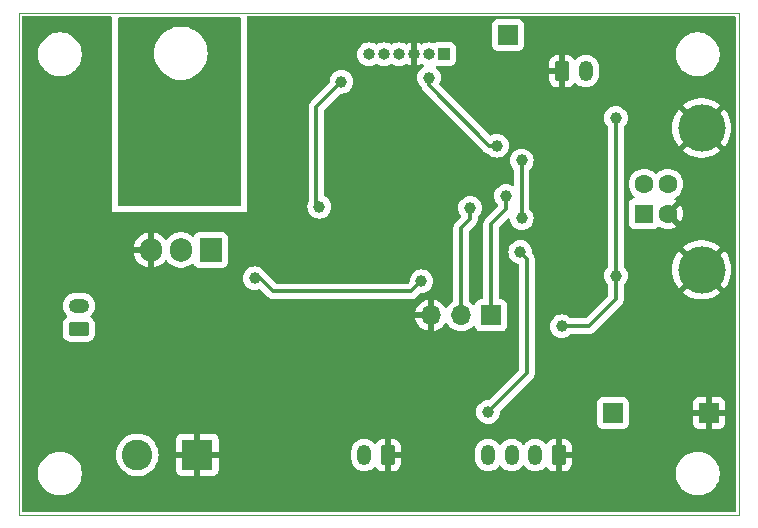
<source format=gbr>
%TF.GenerationSoftware,KiCad,Pcbnew,8.0.5*%
%TF.CreationDate,2024-10-04T09:10:30+03:00*%
%TF.ProjectId,shutter,73687574-7465-4722-9e6b-696361645f70,rev?*%
%TF.SameCoordinates,Original*%
%TF.FileFunction,Copper,L2,Bot*%
%TF.FilePolarity,Positive*%
%FSLAX46Y46*%
G04 Gerber Fmt 4.6, Leading zero omitted, Abs format (unit mm)*
G04 Created by KiCad (PCBNEW 8.0.5) date 2024-10-04 09:10:30*
%MOMM*%
%LPD*%
G01*
G04 APERTURE LIST*
G04 Aperture macros list*
%AMRoundRect*
0 Rectangle with rounded corners*
0 $1 Rounding radius*
0 $2 $3 $4 $5 $6 $7 $8 $9 X,Y pos of 4 corners*
0 Add a 4 corners polygon primitive as box body*
4,1,4,$2,$3,$4,$5,$6,$7,$8,$9,$2,$3,0*
0 Add four circle primitives for the rounded corners*
1,1,$1+$1,$2,$3*
1,1,$1+$1,$4,$5*
1,1,$1+$1,$6,$7*
1,1,$1+$1,$8,$9*
0 Add four rect primitives between the rounded corners*
20,1,$1+$1,$2,$3,$4,$5,0*
20,1,$1+$1,$4,$5,$6,$7,0*
20,1,$1+$1,$6,$7,$8,$9,0*
20,1,$1+$1,$8,$9,$2,$3,0*%
G04 Aperture macros list end*
%TA.AperFunction,ComponentPad*%
%ADD10R,1.700000X1.700000*%
%TD*%
%TA.AperFunction,ComponentPad*%
%ADD11R,1.000000X1.000000*%
%TD*%
%TA.AperFunction,ComponentPad*%
%ADD12O,1.000000X1.000000*%
%TD*%
%TA.AperFunction,ComponentPad*%
%ADD13R,1.905000X2.000000*%
%TD*%
%TA.AperFunction,ComponentPad*%
%ADD14O,1.905000X2.000000*%
%TD*%
%TA.AperFunction,ComponentPad*%
%ADD15RoundRect,0.250000X0.350000X0.625000X-0.350000X0.625000X-0.350000X-0.625000X0.350000X-0.625000X0*%
%TD*%
%TA.AperFunction,ComponentPad*%
%ADD16O,1.200000X1.750000*%
%TD*%
%TA.AperFunction,ComponentPad*%
%ADD17RoundRect,0.250000X-0.350000X-0.625000X0.350000X-0.625000X0.350000X0.625000X-0.350000X0.625000X0*%
%TD*%
%TA.AperFunction,ComponentPad*%
%ADD18R,1.600000X1.600000*%
%TD*%
%TA.AperFunction,ComponentPad*%
%ADD19C,1.600000*%
%TD*%
%TA.AperFunction,ComponentPad*%
%ADD20C,4.000000*%
%TD*%
%TA.AperFunction,ComponentPad*%
%ADD21O,1.700000X1.700000*%
%TD*%
%TA.AperFunction,ComponentPad*%
%ADD22RoundRect,0.250000X0.625000X-0.350000X0.625000X0.350000X-0.625000X0.350000X-0.625000X-0.350000X0*%
%TD*%
%TA.AperFunction,ComponentPad*%
%ADD23O,1.750000X1.200000*%
%TD*%
%TA.AperFunction,ComponentPad*%
%ADD24R,2.600000X2.600000*%
%TD*%
%TA.AperFunction,ComponentPad*%
%ADD25C,2.600000*%
%TD*%
%TA.AperFunction,ViaPad*%
%ADD26C,1.200000*%
%TD*%
%TA.AperFunction,ViaPad*%
%ADD27C,1.000000*%
%TD*%
%TA.AperFunction,Conductor*%
%ADD28C,0.300000*%
%TD*%
%TA.AperFunction,Profile*%
%ADD29C,0.100000*%
%TD*%
G04 APERTURE END LIST*
D10*
%TO.P,J8,1,Pin_1*%
%TO.N,+3V3*%
X162814000Y-104394000D03*
%TD*%
%TO.P,J6,1,Pin_1*%
%TO.N,/5V*%
X153924000Y-72390000D03*
%TD*%
D11*
%TO.P,J4,1,Pin_1*%
%TO.N,/SWCLK*%
X148515000Y-74000000D03*
D12*
%TO.P,J4,2,Pin_2*%
%TO.N,/SWDIO*%
X147245000Y-74000000D03*
%TO.P,J4,3,Pin_3*%
%TO.N,GND*%
X145975000Y-74000000D03*
%TO.P,J4,4,Pin_4*%
%TO.N,Net-(J4-Pin_4)*%
X144705000Y-74000000D03*
%TO.P,J4,5,Pin_5*%
%TO.N,/BOOT0*%
X143435000Y-74000000D03*
%TO.P,J4,6,Pin_6*%
%TO.N,/NRST*%
X142165000Y-74000000D03*
%TD*%
D10*
%TO.P,J7,1,Pin_1*%
%TO.N,GND*%
X170942000Y-104394000D03*
%TD*%
D13*
%TO.P,Q1,1,G*%
%TO.N,Net-(Q1-G)*%
X128778000Y-90574000D03*
D14*
%TO.P,Q1,2,D*%
%TO.N,/DR*%
X126238000Y-90574000D03*
%TO.P,Q1,3,S*%
%TO.N,GND*%
X123698000Y-90574000D03*
%TD*%
D15*
%TO.P,J2,1,Pin_1*%
%TO.N,GND*%
X158242000Y-107950000D03*
D16*
%TO.P,J2,2,Pin_2*%
%TO.N,Net-(J2-Pin_2)*%
X156242000Y-107950000D03*
%TO.P,J2,3,Pin_3*%
%TO.N,Net-(J2-Pin_3)*%
X154242000Y-107950000D03*
%TO.P,J2,4,Pin_4*%
%TO.N,/LimSW*%
X152242000Y-107950000D03*
%TD*%
D17*
%TO.P,J5,1,Pin_1*%
%TO.N,GND*%
X158528000Y-75438000D03*
D16*
%TO.P,J5,2,Pin_2*%
%TO.N,Net-(D5-A)*%
X160528000Y-75438000D03*
%TD*%
D18*
%TO.P,J11,1,VBUS*%
%TO.N,/VBUS*%
X165462500Y-87500000D03*
D19*
%TO.P,J11,2,D-*%
%TO.N,Net-(J11-D-)*%
X165462500Y-85000000D03*
%TO.P,J11,3,D+*%
%TO.N,Net-(J11-D+)*%
X167462500Y-85000000D03*
%TO.P,J11,4,GND*%
%TO.N,GND*%
X167462500Y-87500000D03*
D20*
%TO.P,J11,5,Shield*%
X170322500Y-80250000D03*
X170322500Y-92250000D03*
%TD*%
D10*
%TO.P,J9,1,Pin_1*%
%TO.N,/Rx*%
X152501600Y-96113600D03*
D21*
%TO.P,J9,2,Pin_2*%
%TO.N,/Tx*%
X149961600Y-96113600D03*
%TO.P,J9,3,Pin_3*%
%TO.N,GND*%
X147421600Y-96113600D03*
%TD*%
D22*
%TO.P,J10,1,Pin_1*%
%TO.N,/SHTRpow*%
X117602000Y-97282000D03*
D23*
%TO.P,J10,2,Pin_2*%
%TO.N,/DR*%
X117602000Y-95282000D03*
%TD*%
D24*
%TO.P,J3,1,Pin_1*%
%TO.N,GND*%
X127623000Y-107916000D03*
D25*
%TO.P,J3,2,Pin_2*%
%TO.N,/SHTRpow*%
X122543000Y-107916000D03*
%TD*%
D15*
%TO.P,J1,1,Pin_1*%
%TO.N,GND*%
X143764000Y-107950000D03*
D16*
%TO.P,J1,2,Pin_2*%
%TO.N,Net-(J1-Pin_2)*%
X141764000Y-107950000D03*
%TD*%
D26*
%TO.N,GND*%
X136220200Y-92354400D03*
D27*
X135331200Y-73253600D03*
D26*
X142225000Y-79868000D03*
D27*
X147828000Y-99314000D03*
X154686000Y-78486000D03*
X165658800Y-107467400D03*
X160274000Y-105410000D03*
X160528000Y-90170000D03*
%TO.N,/5V*%
X158496000Y-97028000D03*
X163068000Y-79400000D03*
X163068000Y-92760800D03*
%TO.N,/SWDIO*%
X153000000Y-81750000D03*
X147250000Y-76000000D03*
%TO.N,/NRST*%
X137947400Y-86918800D03*
X139832500Y-76332500D03*
%TO.N,/LimSW*%
X154965400Y-90754200D03*
X152247600Y-104292400D03*
%TO.N,/USBDP*%
X155092400Y-87884000D03*
X155092400Y-83000000D03*
%TO.N,/Tx*%
X150723600Y-87020400D03*
%TO.N,/Rx*%
X153771600Y-86004400D03*
%TO.N,/PWM*%
X146608800Y-93218000D03*
X132486400Y-92964000D03*
%TD*%
D28*
%TO.N,GND*%
X136220200Y-92354400D02*
X138887200Y-92354400D01*
X162560000Y-106857800D02*
X165049200Y-106857800D01*
X160020000Y-78486000D02*
X154686000Y-78486000D01*
X140504950Y-80894050D02*
X141281100Y-80117900D01*
X138887200Y-92354400D02*
X140504950Y-90736650D01*
X161721800Y-106857800D02*
X162560000Y-106857800D01*
X141281100Y-80117900D02*
X141502700Y-79868000D01*
X165049200Y-106857800D02*
X165658800Y-107467400D01*
X141502700Y-79868000D02*
X142225000Y-79868000D01*
X160274000Y-105410000D02*
X161721800Y-106857800D01*
X160528000Y-78994000D02*
X160020000Y-78486000D01*
X136906000Y-99314000D02*
X130810000Y-93218000D01*
X160528000Y-90170000D02*
X160528000Y-78994000D01*
X130810000Y-91694000D02*
X131050400Y-91453600D01*
X140504950Y-90736650D02*
X140504950Y-80894050D01*
X135319400Y-91453600D02*
X135319400Y-73265400D01*
X147828000Y-99314000D02*
X136906000Y-99314000D01*
X131050400Y-91453600D02*
X135319400Y-91453600D01*
X130810000Y-93218000D02*
X130810000Y-91694000D01*
X135319400Y-73265400D02*
X135331200Y-73253600D01*
X135319400Y-91453600D02*
X136220200Y-92354400D01*
%TO.N,/5V*%
X163068000Y-79400000D02*
X163068000Y-92760800D01*
X163068000Y-92760800D02*
X163068000Y-94742000D01*
X160782000Y-97028000D02*
X158496000Y-97028000D01*
X163068000Y-94742000D02*
X160782000Y-97028000D01*
%TO.N,/SWDIO*%
X147250000Y-76650000D02*
X152350000Y-81750000D01*
X152350000Y-81750000D02*
X153000000Y-81750000D01*
X147250000Y-76000000D02*
X147250000Y-76650000D01*
%TO.N,/NRST*%
X137947400Y-86918800D02*
X137718800Y-86690200D01*
X137718800Y-78446200D02*
X139832500Y-76332500D01*
X137718800Y-86690200D02*
X137718800Y-78446200D01*
%TO.N,/LimSW*%
X154965400Y-90754200D02*
X155549600Y-91338400D01*
X155549600Y-91338400D02*
X155549600Y-100990400D01*
X155549600Y-100990400D02*
X152247600Y-104292400D01*
%TO.N,/USBDP*%
X155092400Y-83000000D02*
X155092400Y-87884000D01*
%TO.N,/Tx*%
X150723600Y-87020400D02*
X150723600Y-87934800D01*
X149961600Y-96113600D02*
X149961600Y-88696800D01*
X150723600Y-87934800D02*
X149961600Y-88696800D01*
%TO.N,/Rx*%
X153771600Y-86004400D02*
X153771600Y-87122000D01*
X152501600Y-88392000D02*
X152501600Y-96113600D01*
X153771600Y-87122000D02*
X152501600Y-88392000D01*
%TO.N,/PWM*%
X132943600Y-92964000D02*
X134061200Y-94081600D01*
X134061200Y-94081600D02*
X145745200Y-94081600D01*
X145745200Y-94081600D02*
X146608800Y-93218000D01*
X132486400Y-92964000D02*
X132943600Y-92964000D01*
%TD*%
%TA.AperFunction,Conductor*%
%TO.N,/DR*%
G36*
X131261039Y-70885685D02*
G01*
X131306794Y-70938489D01*
X131318000Y-70990000D01*
X131318000Y-86744000D01*
X131298315Y-86811039D01*
X131245511Y-86856794D01*
X131194000Y-86868000D01*
X121028000Y-86868000D01*
X120960961Y-86848315D01*
X120915206Y-86795511D01*
X120904000Y-86744000D01*
X120904000Y-73913992D01*
X123982671Y-73913992D01*
X123982671Y-73914007D01*
X124001964Y-74208363D01*
X124001965Y-74208373D01*
X124001966Y-74208380D01*
X124001968Y-74208390D01*
X124059518Y-74497716D01*
X124059521Y-74497730D01*
X124154349Y-74777080D01*
X124284825Y-75041660D01*
X124284829Y-75041667D01*
X124448725Y-75286955D01*
X124643241Y-75508758D01*
X124865043Y-75703273D01*
X125110335Y-75867172D01*
X125374923Y-75997652D01*
X125654278Y-76092481D01*
X125943620Y-76150034D01*
X125971888Y-76151886D01*
X126237993Y-76169329D01*
X126238000Y-76169329D01*
X126238007Y-76169329D01*
X126473675Y-76153881D01*
X126532380Y-76150034D01*
X126821722Y-76092481D01*
X127101077Y-75997652D01*
X127365665Y-75867172D01*
X127610957Y-75703273D01*
X127832758Y-75508758D01*
X128027273Y-75286957D01*
X128191172Y-75041665D01*
X128321652Y-74777077D01*
X128416481Y-74497722D01*
X128474034Y-74208380D01*
X128493329Y-73914000D01*
X128493329Y-73913992D01*
X128474035Y-73619636D01*
X128474034Y-73619620D01*
X128416481Y-73330278D01*
X128321652Y-73050923D01*
X128191172Y-72786336D01*
X128027273Y-72541043D01*
X127984655Y-72492447D01*
X127832758Y-72319241D01*
X127610955Y-72124725D01*
X127365667Y-71960829D01*
X127365660Y-71960825D01*
X127101080Y-71830349D01*
X126821730Y-71735521D01*
X126821724Y-71735519D01*
X126821722Y-71735519D01*
X126532380Y-71677966D01*
X126532373Y-71677965D01*
X126532363Y-71677964D01*
X126238007Y-71658671D01*
X126237993Y-71658671D01*
X125943636Y-71677964D01*
X125943624Y-71677965D01*
X125943620Y-71677966D01*
X125943612Y-71677967D01*
X125943609Y-71677968D01*
X125654283Y-71735518D01*
X125654269Y-71735521D01*
X125374919Y-71830349D01*
X125110334Y-71960828D01*
X124865041Y-72124728D01*
X124643241Y-72319241D01*
X124448728Y-72541041D01*
X124284828Y-72786334D01*
X124154349Y-73050919D01*
X124059521Y-73330269D01*
X124059518Y-73330283D01*
X124001968Y-73619609D01*
X124001964Y-73619636D01*
X123982671Y-73913992D01*
X120904000Y-73913992D01*
X120904000Y-70990000D01*
X120923685Y-70922961D01*
X120976489Y-70877206D01*
X121028000Y-70866000D01*
X131194000Y-70866000D01*
X131261039Y-70885685D01*
G37*
%TD.AperFunction*%
%TD*%
%TA.AperFunction,Conductor*%
%TO.N,GND*%
G36*
X120339039Y-70770185D02*
G01*
X120384794Y-70822989D01*
X120396000Y-70874500D01*
X120396000Y-87376000D01*
X131826000Y-87376000D01*
X131826000Y-86918800D01*
X136942059Y-86918800D01*
X136961375Y-87114929D01*
X137018588Y-87303533D01*
X137111486Y-87477332D01*
X137111490Y-87477339D01*
X137236516Y-87629683D01*
X137388860Y-87754709D01*
X137388867Y-87754713D01*
X137562666Y-87847611D01*
X137562669Y-87847611D01*
X137562673Y-87847614D01*
X137751268Y-87904824D01*
X137947400Y-87924141D01*
X138143532Y-87904824D01*
X138332127Y-87847614D01*
X138347336Y-87839485D01*
X138505932Y-87754713D01*
X138505938Y-87754710D01*
X138658283Y-87629683D01*
X138783310Y-87477338D01*
X138864487Y-87325467D01*
X138876211Y-87303533D01*
X138876211Y-87303532D01*
X138876214Y-87303527D01*
X138933424Y-87114932D01*
X138952741Y-86918800D01*
X138933424Y-86722668D01*
X138876214Y-86534073D01*
X138876211Y-86534067D01*
X138876211Y-86534066D01*
X138783313Y-86360267D01*
X138783309Y-86360260D01*
X138658283Y-86207916D01*
X138505941Y-86082892D01*
X138505939Y-86082891D01*
X138505938Y-86082890D01*
X138458617Y-86057596D01*
X138434846Y-86044890D01*
X138385002Y-85995927D01*
X138369300Y-85935532D01*
X138369300Y-78767006D01*
X138388985Y-78699967D01*
X138405614Y-78679330D01*
X139713291Y-77371652D01*
X139774612Y-77338169D01*
X139813121Y-77335932D01*
X139832500Y-77337841D01*
X140028632Y-77318524D01*
X140217227Y-77261314D01*
X140391038Y-77168410D01*
X140543383Y-77043383D01*
X140668410Y-76891038D01*
X140745210Y-76747356D01*
X140761311Y-76717233D01*
X140761311Y-76717232D01*
X140761314Y-76717227D01*
X140818524Y-76528632D01*
X140837841Y-76332500D01*
X140818524Y-76136368D01*
X140761314Y-75947773D01*
X140761311Y-75947769D01*
X140761311Y-75947766D01*
X140668413Y-75773967D01*
X140668409Y-75773960D01*
X140543383Y-75621616D01*
X140391039Y-75496590D01*
X140391032Y-75496586D01*
X140217233Y-75403688D01*
X140217227Y-75403686D01*
X140028632Y-75346476D01*
X140028629Y-75346475D01*
X139832500Y-75327159D01*
X139636370Y-75346475D01*
X139447766Y-75403688D01*
X139273967Y-75496586D01*
X139273960Y-75496590D01*
X139121616Y-75621616D01*
X138996590Y-75773960D01*
X138996586Y-75773967D01*
X138903688Y-75947766D01*
X138846475Y-76136370D01*
X138827159Y-76332500D01*
X138829067Y-76351874D01*
X138816048Y-76420520D01*
X138793345Y-76451708D01*
X137213527Y-78031525D01*
X137213526Y-78031526D01*
X137142334Y-78138074D01*
X137093299Y-78256455D01*
X137093297Y-78256461D01*
X137068300Y-78382128D01*
X137068300Y-86410004D01*
X137053658Y-86468457D01*
X137018588Y-86534067D01*
X136961375Y-86722670D01*
X136942059Y-86918800D01*
X131826000Y-86918800D01*
X131826000Y-74000000D01*
X141159659Y-74000000D01*
X141178975Y-74196129D01*
X141236188Y-74384733D01*
X141329086Y-74558532D01*
X141329090Y-74558539D01*
X141454116Y-74710883D01*
X141606460Y-74835909D01*
X141606467Y-74835913D01*
X141780266Y-74928811D01*
X141780269Y-74928811D01*
X141780273Y-74928814D01*
X141968868Y-74986024D01*
X142165000Y-75005341D01*
X142361132Y-74986024D01*
X142549727Y-74928814D01*
X142723538Y-74835910D01*
X142723544Y-74835904D01*
X142728607Y-74832523D01*
X142729703Y-74834164D01*
X142785639Y-74810405D01*
X142854507Y-74822194D01*
X142871148Y-74832888D01*
X142871393Y-74832523D01*
X142876458Y-74835907D01*
X142876462Y-74835910D01*
X143050273Y-74928814D01*
X143238868Y-74986024D01*
X143435000Y-75005341D01*
X143631132Y-74986024D01*
X143819727Y-74928814D01*
X143993538Y-74835910D01*
X143993544Y-74835904D01*
X143998607Y-74832523D01*
X143999703Y-74834164D01*
X144055639Y-74810405D01*
X144124507Y-74822194D01*
X144141148Y-74832888D01*
X144141393Y-74832523D01*
X144146458Y-74835907D01*
X144146462Y-74835910D01*
X144320273Y-74928814D01*
X144508868Y-74986024D01*
X144705000Y-75005341D01*
X144901132Y-74986024D01*
X145089727Y-74928814D01*
X145263538Y-74835910D01*
X145263544Y-74835904D01*
X145268607Y-74832523D01*
X145269624Y-74834045D01*
X145326021Y-74810084D01*
X145394890Y-74821866D01*
X145411424Y-74832489D01*
X145411678Y-74832110D01*
X145416738Y-74835491D01*
X145590465Y-74928349D01*
X145725000Y-74969159D01*
X145725000Y-74209618D01*
X145775446Y-74260064D01*
X145849555Y-74302851D01*
X145932213Y-74325000D01*
X146017787Y-74325000D01*
X146100445Y-74302851D01*
X146174554Y-74260064D01*
X146225000Y-74209618D01*
X146225000Y-74969159D01*
X146359534Y-74928349D01*
X146533259Y-74835492D01*
X146538320Y-74832111D01*
X146539444Y-74833793D01*
X146595203Y-74810086D01*
X146664075Y-74821851D01*
X146681186Y-74832843D01*
X146681399Y-74832526D01*
X146686457Y-74835906D01*
X146686462Y-74835910D01*
X146791358Y-74891978D01*
X146841202Y-74940941D01*
X146856662Y-75009078D01*
X146832830Y-75074758D01*
X146791357Y-75110694D01*
X146691467Y-75164085D01*
X146691460Y-75164090D01*
X146539116Y-75289116D01*
X146414090Y-75441460D01*
X146414086Y-75441467D01*
X146321188Y-75615266D01*
X146263975Y-75803870D01*
X146244659Y-76000000D01*
X146263975Y-76196129D01*
X146263976Y-76196132D01*
X146320396Y-76382124D01*
X146321188Y-76384733D01*
X146414086Y-76558532D01*
X146414090Y-76558539D01*
X146539114Y-76710880D01*
X146539115Y-76710881D01*
X146539117Y-76710883D01*
X146576225Y-76741337D01*
X146615560Y-76799082D01*
X146619178Y-76812997D01*
X146624497Y-76839740D01*
X146624498Y-76839742D01*
X146624499Y-76839744D01*
X146673535Y-76958127D01*
X146744723Y-77064669D01*
X146744726Y-77064673D01*
X146744727Y-77064674D01*
X151844724Y-82164669D01*
X151935331Y-82255276D01*
X151935332Y-82255277D01*
X152041866Y-82326461D01*
X152041872Y-82326464D01*
X152041873Y-82326465D01*
X152160256Y-82375501D01*
X152168507Y-82377142D01*
X152187000Y-82380821D01*
X152248911Y-82413206D01*
X152258661Y-82423773D01*
X152289116Y-82460883D01*
X152441460Y-82585909D01*
X152441467Y-82585913D01*
X152615266Y-82678811D01*
X152615269Y-82678811D01*
X152615273Y-82678814D01*
X152803868Y-82736024D01*
X153000000Y-82755341D01*
X153196132Y-82736024D01*
X153384727Y-82678814D01*
X153558538Y-82585910D01*
X153710883Y-82460883D01*
X153835910Y-82308538D01*
X153900028Y-82188581D01*
X153928811Y-82134733D01*
X153928811Y-82134732D01*
X153928814Y-82134727D01*
X153986024Y-81946132D01*
X154005341Y-81750000D01*
X153986024Y-81553868D01*
X153928814Y-81365273D01*
X153928811Y-81365269D01*
X153928811Y-81365266D01*
X153835913Y-81191467D01*
X153835909Y-81191460D01*
X153710883Y-81039116D01*
X153558539Y-80914090D01*
X153558532Y-80914086D01*
X153384733Y-80821188D01*
X153384727Y-80821186D01*
X153196132Y-80763976D01*
X153196129Y-80763975D01*
X153000000Y-80744659D01*
X152803870Y-80763975D01*
X152719246Y-80789645D01*
X152615273Y-80821186D01*
X152615270Y-80821187D01*
X152615268Y-80821188D01*
X152517725Y-80873325D01*
X152449322Y-80887566D01*
X152384079Y-80862565D01*
X152371592Y-80851647D01*
X148148352Y-76628406D01*
X148114867Y-76567083D01*
X148119851Y-76497391D01*
X148126671Y-76482278D01*
X148178814Y-76384727D01*
X148236024Y-76196132D01*
X148255341Y-76000000D01*
X148236024Y-75803868D01*
X148178814Y-75615273D01*
X148178811Y-75615269D01*
X148178811Y-75615266D01*
X148085913Y-75441467D01*
X148085909Y-75441460D01*
X147960883Y-75289116D01*
X147876382Y-75219768D01*
X147837048Y-75162022D01*
X147835177Y-75092178D01*
X147871365Y-75032409D01*
X147934121Y-75001694D01*
X147963794Y-75000769D01*
X147963806Y-75000564D01*
X147963806Y-75000500D01*
X147963809Y-75000499D01*
X147963819Y-75000322D01*
X147967100Y-75000497D01*
X147967127Y-75000500D01*
X149062872Y-75000499D01*
X149122483Y-74994091D01*
X149257331Y-74943796D01*
X149372546Y-74857546D01*
X149443313Y-74763013D01*
X157428000Y-74763013D01*
X157428000Y-75188000D01*
X158247670Y-75188000D01*
X158227925Y-75207745D01*
X158178556Y-75293255D01*
X158153000Y-75388630D01*
X158153000Y-75487370D01*
X158178556Y-75582745D01*
X158227925Y-75668255D01*
X158247670Y-75688000D01*
X157428001Y-75688000D01*
X157428001Y-76112986D01*
X157438494Y-76215697D01*
X157493641Y-76382119D01*
X157493643Y-76382124D01*
X157585684Y-76531345D01*
X157709654Y-76655315D01*
X157858875Y-76747356D01*
X157858880Y-76747358D01*
X158025302Y-76802505D01*
X158025309Y-76802506D01*
X158128019Y-76812999D01*
X158277999Y-76812999D01*
X158278000Y-76812998D01*
X158278000Y-75718330D01*
X158297745Y-75738075D01*
X158383255Y-75787444D01*
X158478630Y-75813000D01*
X158577370Y-75813000D01*
X158672745Y-75787444D01*
X158758255Y-75738075D01*
X158778000Y-75718330D01*
X158778000Y-76812999D01*
X158927972Y-76812999D01*
X158927986Y-76812998D01*
X159030697Y-76802505D01*
X159197119Y-76747358D01*
X159197124Y-76747356D01*
X159346345Y-76655315D01*
X159470315Y-76531345D01*
X159509945Y-76467094D01*
X159561893Y-76420368D01*
X159630855Y-76409145D01*
X159694937Y-76436988D01*
X159703166Y-76444508D01*
X159811072Y-76552414D01*
X159951212Y-76654232D01*
X160105555Y-76732873D01*
X160270299Y-76786402D01*
X160441389Y-76813500D01*
X160441390Y-76813500D01*
X160614610Y-76813500D01*
X160614611Y-76813500D01*
X160785701Y-76786402D01*
X160950445Y-76732873D01*
X161104788Y-76654232D01*
X161244928Y-76552414D01*
X161367414Y-76429928D01*
X161469232Y-76289788D01*
X161547873Y-76135445D01*
X161601402Y-75970701D01*
X161628500Y-75799611D01*
X161628500Y-75076389D01*
X161601402Y-74905299D01*
X161547873Y-74740555D01*
X161469232Y-74586212D01*
X161367414Y-74446072D01*
X161244928Y-74323586D01*
X161104788Y-74221768D01*
X160950445Y-74143127D01*
X160785701Y-74089598D01*
X160785699Y-74089597D01*
X160785698Y-74089597D01*
X160654271Y-74068781D01*
X160614611Y-74062500D01*
X160441389Y-74062500D01*
X160401728Y-74068781D01*
X160270302Y-74089597D01*
X160105552Y-74143128D01*
X159951211Y-74221768D01*
X159811073Y-74323585D01*
X159703166Y-74431492D01*
X159641843Y-74464976D01*
X159572151Y-74459992D01*
X159516218Y-74418120D01*
X159509946Y-74408906D01*
X159470317Y-74344656D01*
X159346345Y-74220684D01*
X159197124Y-74128643D01*
X159197119Y-74128641D01*
X159030697Y-74073494D01*
X159030690Y-74073493D01*
X158927986Y-74063000D01*
X158778000Y-74063000D01*
X158778000Y-75157670D01*
X158758255Y-75137925D01*
X158672745Y-75088556D01*
X158577370Y-75063000D01*
X158478630Y-75063000D01*
X158383255Y-75088556D01*
X158297745Y-75137925D01*
X158278000Y-75157670D01*
X158278000Y-74063000D01*
X158128027Y-74063000D01*
X158128012Y-74063001D01*
X158025302Y-74073494D01*
X157858880Y-74128641D01*
X157858875Y-74128643D01*
X157709654Y-74220684D01*
X157585684Y-74344654D01*
X157493643Y-74493875D01*
X157493641Y-74493880D01*
X157438494Y-74660302D01*
X157438493Y-74660309D01*
X157428000Y-74763013D01*
X149443313Y-74763013D01*
X149458796Y-74742331D01*
X149509091Y-74607483D01*
X149515500Y-74547873D01*
X149515499Y-73878711D01*
X168149500Y-73878711D01*
X168149500Y-74121288D01*
X168181161Y-74361785D01*
X168243947Y-74596104D01*
X168336773Y-74820205D01*
X168336777Y-74820214D01*
X168345839Y-74835909D01*
X168458064Y-75030289D01*
X168458066Y-75030292D01*
X168458067Y-75030293D01*
X168605733Y-75222736D01*
X168605739Y-75222743D01*
X168777256Y-75394260D01*
X168777263Y-75394266D01*
X168789542Y-75403688D01*
X168969711Y-75541936D01*
X169179788Y-75663224D01*
X169403900Y-75756054D01*
X169638211Y-75818838D01*
X169818586Y-75842584D01*
X169878711Y-75850500D01*
X169878712Y-75850500D01*
X170121289Y-75850500D01*
X170169388Y-75844167D01*
X170361789Y-75818838D01*
X170596100Y-75756054D01*
X170820212Y-75663224D01*
X171030289Y-75541936D01*
X171222738Y-75394265D01*
X171394265Y-75222738D01*
X171541936Y-75030289D01*
X171663224Y-74820212D01*
X171756054Y-74596100D01*
X171818838Y-74361789D01*
X171850500Y-74121288D01*
X171850500Y-73878712D01*
X171818838Y-73638211D01*
X171756054Y-73403900D01*
X171663224Y-73179788D01*
X171541936Y-72969711D01*
X171394265Y-72777262D01*
X171394260Y-72777256D01*
X171222743Y-72605739D01*
X171222736Y-72605733D01*
X171030293Y-72458067D01*
X171030292Y-72458066D01*
X171030289Y-72458064D01*
X170820212Y-72336776D01*
X170820205Y-72336773D01*
X170596104Y-72243947D01*
X170361785Y-72181161D01*
X170121289Y-72149500D01*
X170121288Y-72149500D01*
X169878712Y-72149500D01*
X169878711Y-72149500D01*
X169638214Y-72181161D01*
X169403895Y-72243947D01*
X169179794Y-72336773D01*
X169179785Y-72336777D01*
X168969706Y-72458067D01*
X168777263Y-72605733D01*
X168777256Y-72605739D01*
X168605739Y-72777256D01*
X168605733Y-72777263D01*
X168458067Y-72969706D01*
X168336777Y-73179785D01*
X168336773Y-73179794D01*
X168243947Y-73403895D01*
X168181161Y-73638214D01*
X168149500Y-73878711D01*
X149515499Y-73878711D01*
X149515499Y-73452128D01*
X149509091Y-73392517D01*
X149492294Y-73347483D01*
X149458797Y-73257671D01*
X149458793Y-73257664D01*
X149372547Y-73142455D01*
X149372544Y-73142452D01*
X149257335Y-73056206D01*
X149257328Y-73056202D01*
X149122482Y-73005908D01*
X149122483Y-73005908D01*
X149062883Y-72999501D01*
X149062881Y-72999500D01*
X149062873Y-72999500D01*
X149062864Y-72999500D01*
X147967129Y-72999500D01*
X147967123Y-72999501D01*
X147907516Y-73005908D01*
X147772671Y-73056202D01*
X147772666Y-73056205D01*
X147764614Y-73062233D01*
X147699149Y-73086648D01*
X147635530Y-73073104D01*
X147635359Y-73073518D01*
X147633123Y-73072592D01*
X147631850Y-73072321D01*
X147629729Y-73071187D01*
X147629728Y-73071186D01*
X147629727Y-73071186D01*
X147441132Y-73013976D01*
X147441129Y-73013975D01*
X147245000Y-72994659D01*
X147048870Y-73013975D01*
X146860266Y-73071188D01*
X146686467Y-73164086D01*
X146681399Y-73167473D01*
X146680386Y-73165958D01*
X146623936Y-73189920D01*
X146555071Y-73178115D01*
X146538574Y-73167511D01*
X146538322Y-73167890D01*
X146533253Y-73164503D01*
X146359541Y-73071652D01*
X146225000Y-73030839D01*
X146225000Y-73790382D01*
X146174554Y-73739936D01*
X146100445Y-73697149D01*
X146017787Y-73675000D01*
X145932213Y-73675000D01*
X145849555Y-73697149D01*
X145775446Y-73739936D01*
X145725000Y-73790382D01*
X145725000Y-73030839D01*
X145724999Y-73030839D01*
X145590458Y-73071652D01*
X145416742Y-73164505D01*
X145411673Y-73167893D01*
X145410556Y-73166221D01*
X145354715Y-73189921D01*
X145285851Y-73178111D01*
X145268811Y-73167158D01*
X145268601Y-73167473D01*
X145263532Y-73164086D01*
X145089733Y-73071188D01*
X145089727Y-73071186D01*
X144901132Y-73013976D01*
X144901129Y-73013975D01*
X144705000Y-72994659D01*
X144508870Y-73013975D01*
X144320266Y-73071188D01*
X144146467Y-73164086D01*
X144141399Y-73167473D01*
X144140305Y-73165836D01*
X144084337Y-73189596D01*
X144015471Y-73177795D01*
X143998843Y-73167109D01*
X143998601Y-73167473D01*
X143993532Y-73164086D01*
X143819733Y-73071188D01*
X143819727Y-73071186D01*
X143631132Y-73013976D01*
X143631129Y-73013975D01*
X143435000Y-72994659D01*
X143238870Y-73013975D01*
X143050266Y-73071188D01*
X142876467Y-73164086D01*
X142871399Y-73167473D01*
X142870305Y-73165836D01*
X142814337Y-73189596D01*
X142745471Y-73177795D01*
X142728843Y-73167109D01*
X142728601Y-73167473D01*
X142723532Y-73164086D01*
X142549733Y-73071188D01*
X142549727Y-73071186D01*
X142361132Y-73013976D01*
X142361129Y-73013975D01*
X142165000Y-72994659D01*
X141968870Y-73013975D01*
X141780266Y-73071188D01*
X141606467Y-73164086D01*
X141606460Y-73164090D01*
X141454116Y-73289116D01*
X141329090Y-73441460D01*
X141329086Y-73441467D01*
X141236188Y-73615266D01*
X141178975Y-73803870D01*
X141159659Y-74000000D01*
X131826000Y-74000000D01*
X131826000Y-71492135D01*
X152573500Y-71492135D01*
X152573500Y-73287870D01*
X152573501Y-73287876D01*
X152579908Y-73347483D01*
X152630202Y-73482328D01*
X152630206Y-73482335D01*
X152716452Y-73597544D01*
X152716455Y-73597547D01*
X152831664Y-73683793D01*
X152831671Y-73683797D01*
X152966517Y-73734091D01*
X152966516Y-73734091D01*
X152973444Y-73734835D01*
X153026127Y-73740500D01*
X154821872Y-73740499D01*
X154881483Y-73734091D01*
X155016331Y-73683796D01*
X155131546Y-73597546D01*
X155217796Y-73482331D01*
X155268091Y-73347483D01*
X155274500Y-73287873D01*
X155274499Y-71492128D01*
X155268091Y-71432517D01*
X155217796Y-71297669D01*
X155217795Y-71297668D01*
X155217793Y-71297664D01*
X155131547Y-71182455D01*
X155131544Y-71182452D01*
X155016335Y-71096206D01*
X155016328Y-71096202D01*
X154881482Y-71045908D01*
X154881483Y-71045908D01*
X154821883Y-71039501D01*
X154821881Y-71039500D01*
X154821873Y-71039500D01*
X154821864Y-71039500D01*
X153026129Y-71039500D01*
X153026123Y-71039501D01*
X152966516Y-71045908D01*
X152831671Y-71096202D01*
X152831664Y-71096206D01*
X152716455Y-71182452D01*
X152716452Y-71182455D01*
X152630206Y-71297664D01*
X152630202Y-71297671D01*
X152579908Y-71432517D01*
X152573501Y-71492116D01*
X152573501Y-71492123D01*
X152573500Y-71492135D01*
X131826000Y-71492135D01*
X131826000Y-70874500D01*
X131845685Y-70807461D01*
X131898489Y-70761706D01*
X131950000Y-70750500D01*
X173125500Y-70750500D01*
X173192539Y-70770185D01*
X173238294Y-70822989D01*
X173249500Y-70874500D01*
X173249500Y-112625500D01*
X173229815Y-112692539D01*
X173177011Y-112738294D01*
X173125500Y-112749500D01*
X112874500Y-112749500D01*
X112807461Y-112729815D01*
X112761706Y-112677011D01*
X112750500Y-112625500D01*
X112750500Y-109378711D01*
X114149500Y-109378711D01*
X114149500Y-109621288D01*
X114181161Y-109861785D01*
X114243947Y-110096104D01*
X114336773Y-110320205D01*
X114336776Y-110320212D01*
X114458064Y-110530289D01*
X114458066Y-110530292D01*
X114458067Y-110530293D01*
X114605733Y-110722736D01*
X114605739Y-110722743D01*
X114777256Y-110894260D01*
X114777262Y-110894265D01*
X114969711Y-111041936D01*
X115179788Y-111163224D01*
X115403900Y-111256054D01*
X115638211Y-111318838D01*
X115818586Y-111342584D01*
X115878711Y-111350500D01*
X115878712Y-111350500D01*
X116121289Y-111350500D01*
X116169388Y-111344167D01*
X116361789Y-111318838D01*
X116596100Y-111256054D01*
X116820212Y-111163224D01*
X117030289Y-111041936D01*
X117222738Y-110894265D01*
X117394265Y-110722738D01*
X117541936Y-110530289D01*
X117663224Y-110320212D01*
X117756054Y-110096100D01*
X117818838Y-109861789D01*
X117850500Y-109621288D01*
X117850500Y-109378712D01*
X117818838Y-109138211D01*
X117756054Y-108903900D01*
X117663224Y-108679788D01*
X117541936Y-108469711D01*
X117394265Y-108277262D01*
X117394260Y-108277256D01*
X117222743Y-108105739D01*
X117222736Y-108105733D01*
X117030293Y-107958067D01*
X117030292Y-107958066D01*
X117030289Y-107958064D01*
X116957423Y-107915995D01*
X120737451Y-107915995D01*
X120737451Y-107916004D01*
X120757616Y-108185101D01*
X120817664Y-108448188D01*
X120817666Y-108448195D01*
X120916256Y-108699396D01*
X120916257Y-108699399D01*
X120932591Y-108727690D01*
X121051185Y-108933102D01*
X121087862Y-108979093D01*
X121219442Y-109144089D01*
X121385753Y-109298402D01*
X121417259Y-109327635D01*
X121640226Y-109479651D01*
X121883359Y-109596738D01*
X122141228Y-109676280D01*
X122141229Y-109676280D01*
X122141232Y-109676281D01*
X122408063Y-109716499D01*
X122408068Y-109716499D01*
X122408071Y-109716500D01*
X122408072Y-109716500D01*
X122677928Y-109716500D01*
X122677929Y-109716500D01*
X122677936Y-109716499D01*
X122944767Y-109676281D01*
X122944768Y-109676280D01*
X122944772Y-109676280D01*
X123202641Y-109596738D01*
X123445775Y-109479651D01*
X123668741Y-109327635D01*
X123866561Y-109144085D01*
X124034815Y-108933102D01*
X124153409Y-108727690D01*
X124169743Y-108699399D01*
X124169743Y-108699398D01*
X124268334Y-108448195D01*
X124328383Y-108185103D01*
X124335154Y-108094745D01*
X124348549Y-107916004D01*
X124348549Y-107915995D01*
X124330951Y-107681161D01*
X124328383Y-107646897D01*
X124268334Y-107383805D01*
X124169743Y-107132602D01*
X124034815Y-106898898D01*
X123866561Y-106687915D01*
X123866560Y-106687914D01*
X123866557Y-106687910D01*
X123737491Y-106568155D01*
X125823000Y-106568155D01*
X125823000Y-107666000D01*
X127022999Y-107666000D01*
X126997979Y-107726402D01*
X126973000Y-107851981D01*
X126973000Y-107980019D01*
X126997979Y-108105598D01*
X127022999Y-108166000D01*
X125823000Y-108166000D01*
X125823000Y-109263844D01*
X125829401Y-109323372D01*
X125829403Y-109323379D01*
X125879645Y-109458086D01*
X125879649Y-109458093D01*
X125965809Y-109573187D01*
X125965812Y-109573190D01*
X126080906Y-109659350D01*
X126080913Y-109659354D01*
X126215620Y-109709596D01*
X126215627Y-109709598D01*
X126275155Y-109715999D01*
X126275172Y-109716000D01*
X127373000Y-109716000D01*
X127373000Y-108516001D01*
X127433402Y-108541021D01*
X127558981Y-108566000D01*
X127687019Y-108566000D01*
X127812598Y-108541021D01*
X127873000Y-108516001D01*
X127873000Y-109716000D01*
X128970828Y-109716000D01*
X128970844Y-109715999D01*
X129030372Y-109709598D01*
X129030379Y-109709596D01*
X129165086Y-109659354D01*
X129165093Y-109659350D01*
X129280187Y-109573190D01*
X129280190Y-109573187D01*
X129366350Y-109458093D01*
X129366354Y-109458086D01*
X129395959Y-109378711D01*
X168149500Y-109378711D01*
X168149500Y-109621288D01*
X168181161Y-109861785D01*
X168243947Y-110096104D01*
X168336773Y-110320205D01*
X168336776Y-110320212D01*
X168458064Y-110530289D01*
X168458066Y-110530292D01*
X168458067Y-110530293D01*
X168605733Y-110722736D01*
X168605739Y-110722743D01*
X168777256Y-110894260D01*
X168777262Y-110894265D01*
X168969711Y-111041936D01*
X169179788Y-111163224D01*
X169403900Y-111256054D01*
X169638211Y-111318838D01*
X169818586Y-111342584D01*
X169878711Y-111350500D01*
X169878712Y-111350500D01*
X170121289Y-111350500D01*
X170169388Y-111344167D01*
X170361789Y-111318838D01*
X170596100Y-111256054D01*
X170820212Y-111163224D01*
X171030289Y-111041936D01*
X171222738Y-110894265D01*
X171394265Y-110722738D01*
X171541936Y-110530289D01*
X171663224Y-110320212D01*
X171756054Y-110096100D01*
X171818838Y-109861789D01*
X171850500Y-109621288D01*
X171850500Y-109378712D01*
X171818838Y-109138211D01*
X171756054Y-108903900D01*
X171663224Y-108679788D01*
X171541936Y-108469711D01*
X171394265Y-108277262D01*
X171394260Y-108277256D01*
X171222743Y-108105739D01*
X171222736Y-108105733D01*
X171030293Y-107958067D01*
X171030292Y-107958066D01*
X171030289Y-107958064D01*
X170820212Y-107836776D01*
X170820205Y-107836773D01*
X170596104Y-107743947D01*
X170361785Y-107681161D01*
X170121289Y-107649500D01*
X170121288Y-107649500D01*
X169878712Y-107649500D01*
X169878711Y-107649500D01*
X169638214Y-107681161D01*
X169403895Y-107743947D01*
X169179794Y-107836773D01*
X169179785Y-107836777D01*
X168969706Y-107958067D01*
X168777263Y-108105733D01*
X168777256Y-108105739D01*
X168605739Y-108277256D01*
X168605733Y-108277263D01*
X168458067Y-108469706D01*
X168336777Y-108679785D01*
X168336773Y-108679794D01*
X168243947Y-108903895D01*
X168181161Y-109138214D01*
X168149500Y-109378711D01*
X129395959Y-109378711D01*
X129416596Y-109323379D01*
X129416598Y-109323372D01*
X129422999Y-109263844D01*
X129423000Y-109263827D01*
X129423000Y-108166000D01*
X128223001Y-108166000D01*
X128248021Y-108105598D01*
X128273000Y-107980019D01*
X128273000Y-107851981D01*
X128248021Y-107726402D01*
X128223001Y-107666000D01*
X129423000Y-107666000D01*
X129423000Y-107588389D01*
X140663500Y-107588389D01*
X140663500Y-108311610D01*
X140688540Y-108469711D01*
X140690598Y-108482701D01*
X140744127Y-108647445D01*
X140822768Y-108801788D01*
X140924586Y-108941928D01*
X141047072Y-109064414D01*
X141187212Y-109166232D01*
X141341555Y-109244873D01*
X141506299Y-109298402D01*
X141677389Y-109325500D01*
X141677390Y-109325500D01*
X141850610Y-109325500D01*
X141850611Y-109325500D01*
X142021701Y-109298402D01*
X142186445Y-109244873D01*
X142340788Y-109166232D01*
X142480928Y-109064414D01*
X142588836Y-108956505D01*
X142650155Y-108923023D01*
X142719847Y-108928007D01*
X142775781Y-108969878D01*
X142782053Y-108979093D01*
X142821682Y-109043343D01*
X142945654Y-109167315D01*
X143094875Y-109259356D01*
X143094880Y-109259358D01*
X143261302Y-109314505D01*
X143261309Y-109314506D01*
X143364019Y-109324999D01*
X143513999Y-109324999D01*
X143514000Y-109324998D01*
X143514000Y-108230330D01*
X143533745Y-108250075D01*
X143619255Y-108299444D01*
X143714630Y-108325000D01*
X143813370Y-108325000D01*
X143908745Y-108299444D01*
X143994255Y-108250075D01*
X144014000Y-108230330D01*
X144014000Y-109324999D01*
X144163972Y-109324999D01*
X144163986Y-109324998D01*
X144266697Y-109314505D01*
X144433119Y-109259358D01*
X144433124Y-109259356D01*
X144582345Y-109167315D01*
X144706315Y-109043345D01*
X144798356Y-108894124D01*
X144798358Y-108894119D01*
X144853505Y-108727697D01*
X144853506Y-108727690D01*
X144863999Y-108624986D01*
X144864000Y-108624973D01*
X144864000Y-108200000D01*
X144044330Y-108200000D01*
X144064075Y-108180255D01*
X144113444Y-108094745D01*
X144139000Y-107999370D01*
X144139000Y-107900630D01*
X144113444Y-107805255D01*
X144064075Y-107719745D01*
X144044330Y-107700000D01*
X144863999Y-107700000D01*
X144863999Y-107588389D01*
X151141500Y-107588389D01*
X151141500Y-108311610D01*
X151166540Y-108469711D01*
X151168598Y-108482701D01*
X151222127Y-108647445D01*
X151300768Y-108801788D01*
X151402586Y-108941928D01*
X151525072Y-109064414D01*
X151665212Y-109166232D01*
X151819555Y-109244873D01*
X151984299Y-109298402D01*
X152155389Y-109325500D01*
X152155390Y-109325500D01*
X152328610Y-109325500D01*
X152328611Y-109325500D01*
X152499701Y-109298402D01*
X152664445Y-109244873D01*
X152818788Y-109166232D01*
X152958928Y-109064414D01*
X153081414Y-108941928D01*
X153141682Y-108858975D01*
X153197012Y-108816311D01*
X153266626Y-108810332D01*
X153328421Y-108842938D01*
X153342315Y-108858973D01*
X153402586Y-108941928D01*
X153525072Y-109064414D01*
X153665212Y-109166232D01*
X153819555Y-109244873D01*
X153984299Y-109298402D01*
X154155389Y-109325500D01*
X154155390Y-109325500D01*
X154328610Y-109325500D01*
X154328611Y-109325500D01*
X154499701Y-109298402D01*
X154664445Y-109244873D01*
X154818788Y-109166232D01*
X154958928Y-109064414D01*
X155081414Y-108941928D01*
X155141682Y-108858975D01*
X155197012Y-108816311D01*
X155266626Y-108810332D01*
X155328421Y-108842938D01*
X155342315Y-108858973D01*
X155402586Y-108941928D01*
X155525072Y-109064414D01*
X155665212Y-109166232D01*
X155819555Y-109244873D01*
X155984299Y-109298402D01*
X156155389Y-109325500D01*
X156155390Y-109325500D01*
X156328610Y-109325500D01*
X156328611Y-109325500D01*
X156499701Y-109298402D01*
X156664445Y-109244873D01*
X156818788Y-109166232D01*
X156958928Y-109064414D01*
X157066836Y-108956505D01*
X157128155Y-108923023D01*
X157197847Y-108928007D01*
X157253781Y-108969878D01*
X157260053Y-108979093D01*
X157299682Y-109043343D01*
X157423654Y-109167315D01*
X157572875Y-109259356D01*
X157572880Y-109259358D01*
X157739302Y-109314505D01*
X157739309Y-109314506D01*
X157842019Y-109324999D01*
X157991999Y-109324999D01*
X157992000Y-109324998D01*
X157992000Y-108230330D01*
X158011745Y-108250075D01*
X158097255Y-108299444D01*
X158192630Y-108325000D01*
X158291370Y-108325000D01*
X158386745Y-108299444D01*
X158472255Y-108250075D01*
X158492000Y-108230330D01*
X158492000Y-109324999D01*
X158641972Y-109324999D01*
X158641986Y-109324998D01*
X158744697Y-109314505D01*
X158911119Y-109259358D01*
X158911124Y-109259356D01*
X159060345Y-109167315D01*
X159184315Y-109043345D01*
X159276356Y-108894124D01*
X159276358Y-108894119D01*
X159331505Y-108727697D01*
X159331506Y-108727690D01*
X159341999Y-108624986D01*
X159342000Y-108624973D01*
X159342000Y-108200000D01*
X158522330Y-108200000D01*
X158542075Y-108180255D01*
X158591444Y-108094745D01*
X158617000Y-107999370D01*
X158617000Y-107900630D01*
X158591444Y-107805255D01*
X158542075Y-107719745D01*
X158522330Y-107700000D01*
X159341999Y-107700000D01*
X159341999Y-107275028D01*
X159341998Y-107275013D01*
X159331505Y-107172302D01*
X159276358Y-107005880D01*
X159276356Y-107005875D01*
X159184315Y-106856654D01*
X159060345Y-106732684D01*
X158911124Y-106640643D01*
X158911119Y-106640641D01*
X158744697Y-106585494D01*
X158744690Y-106585493D01*
X158641986Y-106575000D01*
X158492000Y-106575000D01*
X158492000Y-107669670D01*
X158472255Y-107649925D01*
X158386745Y-107600556D01*
X158291370Y-107575000D01*
X158192630Y-107575000D01*
X158097255Y-107600556D01*
X158011745Y-107649925D01*
X157992000Y-107669670D01*
X157992000Y-106575000D01*
X157842027Y-106575000D01*
X157842012Y-106575001D01*
X157739302Y-106585494D01*
X157572880Y-106640641D01*
X157572875Y-106640643D01*
X157423654Y-106732684D01*
X157299684Y-106856654D01*
X157260053Y-106920907D01*
X157208105Y-106967631D01*
X157139142Y-106978853D01*
X157075060Y-106951010D01*
X157066833Y-106943491D01*
X156958930Y-106835588D01*
X156958928Y-106835586D01*
X156818788Y-106733768D01*
X156664445Y-106655127D01*
X156499701Y-106601598D01*
X156499699Y-106601597D01*
X156499698Y-106601597D01*
X156368271Y-106580781D01*
X156328611Y-106574500D01*
X156155389Y-106574500D01*
X156115728Y-106580781D01*
X155984302Y-106601597D01*
X155819552Y-106655128D01*
X155665211Y-106733768D01*
X155585256Y-106791859D01*
X155525072Y-106835586D01*
X155525070Y-106835588D01*
X155525069Y-106835588D01*
X155402588Y-106958069D01*
X155402581Y-106958078D01*
X155342317Y-107041023D01*
X155286987Y-107083689D01*
X155217374Y-107089667D01*
X155155579Y-107057061D01*
X155141683Y-107041023D01*
X155081418Y-106958078D01*
X155081414Y-106958072D01*
X154958928Y-106835586D01*
X154818788Y-106733768D01*
X154664445Y-106655127D01*
X154499701Y-106601598D01*
X154499699Y-106601597D01*
X154499698Y-106601597D01*
X154368271Y-106580781D01*
X154328611Y-106574500D01*
X154155389Y-106574500D01*
X154115728Y-106580781D01*
X153984302Y-106601597D01*
X153819552Y-106655128D01*
X153665211Y-106733768D01*
X153585256Y-106791859D01*
X153525072Y-106835586D01*
X153525070Y-106835588D01*
X153525069Y-106835588D01*
X153402588Y-106958069D01*
X153402581Y-106958078D01*
X153342317Y-107041023D01*
X153286987Y-107083689D01*
X153217374Y-107089667D01*
X153155579Y-107057061D01*
X153141683Y-107041023D01*
X153081418Y-106958078D01*
X153081414Y-106958072D01*
X152958928Y-106835586D01*
X152818788Y-106733768D01*
X152664445Y-106655127D01*
X152499701Y-106601598D01*
X152499699Y-106601597D01*
X152499698Y-106601597D01*
X152368271Y-106580781D01*
X152328611Y-106574500D01*
X152155389Y-106574500D01*
X152115728Y-106580781D01*
X151984302Y-106601597D01*
X151819552Y-106655128D01*
X151665211Y-106733768D01*
X151585256Y-106791859D01*
X151525072Y-106835586D01*
X151525070Y-106835588D01*
X151525069Y-106835588D01*
X151402588Y-106958069D01*
X151402588Y-106958070D01*
X151402586Y-106958072D01*
X151402582Y-106958078D01*
X151300768Y-107098211D01*
X151222128Y-107252552D01*
X151168597Y-107417302D01*
X151141500Y-107588389D01*
X144863999Y-107588389D01*
X144863999Y-107275028D01*
X144863998Y-107275013D01*
X144853505Y-107172302D01*
X144798358Y-107005880D01*
X144798356Y-107005875D01*
X144706315Y-106856654D01*
X144582345Y-106732684D01*
X144433124Y-106640643D01*
X144433119Y-106640641D01*
X144266697Y-106585494D01*
X144266690Y-106585493D01*
X144163986Y-106575000D01*
X144014000Y-106575000D01*
X144014000Y-107669670D01*
X143994255Y-107649925D01*
X143908745Y-107600556D01*
X143813370Y-107575000D01*
X143714630Y-107575000D01*
X143619255Y-107600556D01*
X143533745Y-107649925D01*
X143514000Y-107669670D01*
X143514000Y-106575000D01*
X143364027Y-106575000D01*
X143364012Y-106575001D01*
X143261302Y-106585494D01*
X143094880Y-106640641D01*
X143094875Y-106640643D01*
X142945654Y-106732684D01*
X142821684Y-106856654D01*
X142782053Y-106920907D01*
X142730105Y-106967631D01*
X142661142Y-106978853D01*
X142597060Y-106951010D01*
X142588833Y-106943491D01*
X142480930Y-106835588D01*
X142480928Y-106835586D01*
X142340788Y-106733768D01*
X142186445Y-106655127D01*
X142021701Y-106601598D01*
X142021699Y-106601597D01*
X142021698Y-106601597D01*
X141890271Y-106580781D01*
X141850611Y-106574500D01*
X141677389Y-106574500D01*
X141637728Y-106580781D01*
X141506302Y-106601597D01*
X141341552Y-106655128D01*
X141187211Y-106733768D01*
X141107256Y-106791859D01*
X141047072Y-106835586D01*
X141047070Y-106835588D01*
X141047069Y-106835588D01*
X140924588Y-106958069D01*
X140924588Y-106958070D01*
X140924586Y-106958072D01*
X140924582Y-106958078D01*
X140822768Y-107098211D01*
X140744128Y-107252552D01*
X140690597Y-107417302D01*
X140663500Y-107588389D01*
X129423000Y-107588389D01*
X129423000Y-106568172D01*
X129422999Y-106568155D01*
X129416598Y-106508627D01*
X129416596Y-106508620D01*
X129366354Y-106373913D01*
X129366350Y-106373906D01*
X129280190Y-106258812D01*
X129280187Y-106258809D01*
X129165093Y-106172649D01*
X129165086Y-106172645D01*
X129030379Y-106122403D01*
X129030372Y-106122401D01*
X128970844Y-106116000D01*
X127873000Y-106116000D01*
X127873000Y-107315998D01*
X127812598Y-107290979D01*
X127687019Y-107266000D01*
X127558981Y-107266000D01*
X127433402Y-107290979D01*
X127373000Y-107315998D01*
X127373000Y-106116000D01*
X126275155Y-106116000D01*
X126215627Y-106122401D01*
X126215620Y-106122403D01*
X126080913Y-106172645D01*
X126080906Y-106172649D01*
X125965812Y-106258809D01*
X125965809Y-106258812D01*
X125879649Y-106373906D01*
X125879645Y-106373913D01*
X125829403Y-106508620D01*
X125829401Y-106508627D01*
X125823000Y-106568155D01*
X123737491Y-106568155D01*
X123668741Y-106504365D01*
X123445775Y-106352349D01*
X123445769Y-106352346D01*
X123445768Y-106352345D01*
X123445767Y-106352344D01*
X123202643Y-106235263D01*
X123202645Y-106235263D01*
X122944773Y-106155720D01*
X122944767Y-106155718D01*
X122677936Y-106115500D01*
X122677929Y-106115500D01*
X122408071Y-106115500D01*
X122408063Y-106115500D01*
X122141232Y-106155718D01*
X122141226Y-106155720D01*
X121883358Y-106235262D01*
X121640230Y-106352346D01*
X121417258Y-106504365D01*
X121219442Y-106687910D01*
X121051185Y-106898898D01*
X120916258Y-107132599D01*
X120916256Y-107132603D01*
X120817666Y-107383804D01*
X120817664Y-107383811D01*
X120757616Y-107646898D01*
X120737451Y-107915995D01*
X116957423Y-107915995D01*
X116820212Y-107836776D01*
X116820205Y-107836773D01*
X116596104Y-107743947D01*
X116361785Y-107681161D01*
X116121289Y-107649500D01*
X116121288Y-107649500D01*
X115878712Y-107649500D01*
X115878711Y-107649500D01*
X115638214Y-107681161D01*
X115403895Y-107743947D01*
X115179794Y-107836773D01*
X115179785Y-107836777D01*
X114969706Y-107958067D01*
X114777263Y-108105733D01*
X114777256Y-108105739D01*
X114605739Y-108277256D01*
X114605733Y-108277263D01*
X114458067Y-108469706D01*
X114336777Y-108679785D01*
X114336773Y-108679794D01*
X114243947Y-108903895D01*
X114181161Y-109138214D01*
X114149500Y-109378711D01*
X112750500Y-109378711D01*
X112750500Y-104292400D01*
X151242259Y-104292400D01*
X151261575Y-104488529D01*
X151318788Y-104677133D01*
X151411686Y-104850932D01*
X151411690Y-104850939D01*
X151536716Y-105003283D01*
X151689060Y-105128309D01*
X151689067Y-105128313D01*
X151862866Y-105221211D01*
X151862869Y-105221211D01*
X151862873Y-105221214D01*
X152051468Y-105278424D01*
X152247600Y-105297741D01*
X152443732Y-105278424D01*
X152632327Y-105221214D01*
X152806138Y-105128310D01*
X152958483Y-105003283D01*
X153083510Y-104850938D01*
X153176414Y-104677127D01*
X153233624Y-104488532D01*
X153252941Y-104292400D01*
X153251032Y-104273024D01*
X153264049Y-104204382D01*
X153286751Y-104173193D01*
X153963809Y-103496135D01*
X161463500Y-103496135D01*
X161463500Y-105291870D01*
X161463501Y-105291876D01*
X161469908Y-105351483D01*
X161520202Y-105486328D01*
X161520206Y-105486335D01*
X161606452Y-105601544D01*
X161606455Y-105601547D01*
X161721664Y-105687793D01*
X161721671Y-105687797D01*
X161856517Y-105738091D01*
X161856516Y-105738091D01*
X161863444Y-105738835D01*
X161916127Y-105744500D01*
X163711872Y-105744499D01*
X163771483Y-105738091D01*
X163906331Y-105687796D01*
X164021546Y-105601546D01*
X164107796Y-105486331D01*
X164158091Y-105351483D01*
X164164500Y-105291873D01*
X164164499Y-103496155D01*
X169592000Y-103496155D01*
X169592000Y-104144000D01*
X170508988Y-104144000D01*
X170476075Y-104201007D01*
X170442000Y-104328174D01*
X170442000Y-104459826D01*
X170476075Y-104586993D01*
X170508988Y-104644000D01*
X169592000Y-104644000D01*
X169592000Y-105291844D01*
X169598401Y-105351372D01*
X169598403Y-105351379D01*
X169648645Y-105486086D01*
X169648649Y-105486093D01*
X169734809Y-105601187D01*
X169734812Y-105601190D01*
X169849906Y-105687350D01*
X169849913Y-105687354D01*
X169984620Y-105737596D01*
X169984627Y-105737598D01*
X170044155Y-105743999D01*
X170044172Y-105744000D01*
X170692000Y-105744000D01*
X170692000Y-104827012D01*
X170749007Y-104859925D01*
X170876174Y-104894000D01*
X171007826Y-104894000D01*
X171134993Y-104859925D01*
X171192000Y-104827012D01*
X171192000Y-105744000D01*
X171839828Y-105744000D01*
X171839844Y-105743999D01*
X171899372Y-105737598D01*
X171899379Y-105737596D01*
X172034086Y-105687354D01*
X172034093Y-105687350D01*
X172149187Y-105601190D01*
X172149190Y-105601187D01*
X172235350Y-105486093D01*
X172235354Y-105486086D01*
X172285596Y-105351379D01*
X172285598Y-105351372D01*
X172291999Y-105291844D01*
X172292000Y-105291827D01*
X172292000Y-104644000D01*
X171375012Y-104644000D01*
X171407925Y-104586993D01*
X171442000Y-104459826D01*
X171442000Y-104328174D01*
X171407925Y-104201007D01*
X171375012Y-104144000D01*
X172292000Y-104144000D01*
X172292000Y-103496172D01*
X172291999Y-103496155D01*
X172285598Y-103436627D01*
X172285596Y-103436620D01*
X172235354Y-103301913D01*
X172235350Y-103301906D01*
X172149190Y-103186812D01*
X172149187Y-103186809D01*
X172034093Y-103100649D01*
X172034086Y-103100645D01*
X171899379Y-103050403D01*
X171899372Y-103050401D01*
X171839844Y-103044000D01*
X171192000Y-103044000D01*
X171192000Y-103960988D01*
X171134993Y-103928075D01*
X171007826Y-103894000D01*
X170876174Y-103894000D01*
X170749007Y-103928075D01*
X170692000Y-103960988D01*
X170692000Y-103044000D01*
X170044155Y-103044000D01*
X169984627Y-103050401D01*
X169984620Y-103050403D01*
X169849913Y-103100645D01*
X169849906Y-103100649D01*
X169734812Y-103186809D01*
X169734809Y-103186812D01*
X169648649Y-103301906D01*
X169648645Y-103301913D01*
X169598403Y-103436620D01*
X169598401Y-103436627D01*
X169592000Y-103496155D01*
X164164499Y-103496155D01*
X164164499Y-103496128D01*
X164158091Y-103436517D01*
X164130890Y-103363588D01*
X164107797Y-103301671D01*
X164107793Y-103301664D01*
X164021547Y-103186455D01*
X164021544Y-103186452D01*
X163906335Y-103100206D01*
X163906328Y-103100202D01*
X163771482Y-103049908D01*
X163771483Y-103049908D01*
X163711883Y-103043501D01*
X163711881Y-103043500D01*
X163711873Y-103043500D01*
X163711864Y-103043500D01*
X161916129Y-103043500D01*
X161916123Y-103043501D01*
X161856516Y-103049908D01*
X161721671Y-103100202D01*
X161721664Y-103100206D01*
X161606455Y-103186452D01*
X161606452Y-103186455D01*
X161520206Y-103301664D01*
X161520202Y-103301671D01*
X161469908Y-103436517D01*
X161463501Y-103496116D01*
X161463501Y-103496123D01*
X161463500Y-103496135D01*
X153963809Y-103496135D01*
X156054876Y-101405069D01*
X156126065Y-101298527D01*
X156175101Y-101180144D01*
X156200100Y-101054469D01*
X156200100Y-97028000D01*
X157490659Y-97028000D01*
X157509975Y-97224129D01*
X157567188Y-97412733D01*
X157660086Y-97586532D01*
X157660090Y-97586539D01*
X157785116Y-97738883D01*
X157937460Y-97863909D01*
X157937467Y-97863913D01*
X158111266Y-97956811D01*
X158111269Y-97956811D01*
X158111273Y-97956814D01*
X158299868Y-98014024D01*
X158496000Y-98033341D01*
X158692132Y-98014024D01*
X158880727Y-97956814D01*
X158890980Y-97951334D01*
X159054532Y-97863913D01*
X159054538Y-97863910D01*
X159206883Y-97738883D01*
X159219232Y-97723836D01*
X159276978Y-97684501D01*
X159315086Y-97678500D01*
X160846071Y-97678500D01*
X160930615Y-97661682D01*
X160971744Y-97653501D01*
X161090127Y-97604465D01*
X161116957Y-97586538D01*
X161196669Y-97533277D01*
X163573276Y-95156669D01*
X163644465Y-95050127D01*
X163693501Y-94931744D01*
X163706321Y-94867295D01*
X163712410Y-94836682D01*
X163718500Y-94806070D01*
X163718500Y-93579885D01*
X163738185Y-93512846D01*
X163763839Y-93484029D01*
X163778883Y-93471683D01*
X163903909Y-93319339D01*
X163903913Y-93319332D01*
X163996811Y-93145533D01*
X163996811Y-93145532D01*
X163996814Y-93145527D01*
X164054024Y-92956932D01*
X164073341Y-92760800D01*
X164054024Y-92564668D01*
X163996814Y-92376073D01*
X163996811Y-92376069D01*
X163996811Y-92376066D01*
X163929424Y-92249994D01*
X167817557Y-92249994D01*
X167817557Y-92250005D01*
X167837307Y-92563942D01*
X167837308Y-92563949D01*
X167896255Y-92872958D01*
X167993463Y-93172132D01*
X167993465Y-93172137D01*
X168127400Y-93456761D01*
X168127403Y-93456767D01*
X168295957Y-93722367D01*
X168295960Y-93722371D01*
X168386786Y-93832160D01*
X169350413Y-92868533D01*
X169445329Y-92999175D01*
X169573325Y-93127171D01*
X169703965Y-93222086D01*
X168737471Y-94188579D01*
X168737472Y-94188581D01*
X168980272Y-94364985D01*
X168980290Y-94364996D01*
X169255947Y-94516540D01*
X169255955Y-94516544D01*
X169548426Y-94632340D01*
X169853120Y-94710573D01*
X169853129Y-94710575D01*
X170165201Y-94749999D01*
X170165215Y-94750000D01*
X170479785Y-94750000D01*
X170479798Y-94749999D01*
X170791870Y-94710575D01*
X170791879Y-94710573D01*
X171096573Y-94632340D01*
X171389044Y-94516544D01*
X171389052Y-94516540D01*
X171664709Y-94364996D01*
X171664719Y-94364990D01*
X171907526Y-94188579D01*
X171907527Y-94188579D01*
X170941033Y-93222086D01*
X171071675Y-93127171D01*
X171199671Y-92999175D01*
X171294586Y-92868533D01*
X172258212Y-93832160D01*
X172349044Y-93722364D01*
X172517596Y-93456767D01*
X172517599Y-93456761D01*
X172651534Y-93172137D01*
X172651536Y-93172132D01*
X172748744Y-92872958D01*
X172807691Y-92563949D01*
X172807692Y-92563942D01*
X172827443Y-92250005D01*
X172827443Y-92249994D01*
X172807692Y-91936057D01*
X172807691Y-91936050D01*
X172748744Y-91627041D01*
X172651536Y-91327867D01*
X172651534Y-91327862D01*
X172517599Y-91043238D01*
X172517596Y-91043232D01*
X172349042Y-90777632D01*
X172349039Y-90777628D01*
X172258212Y-90667838D01*
X171294585Y-91631465D01*
X171199671Y-91500825D01*
X171071675Y-91372829D01*
X170941033Y-91277913D01*
X171907527Y-90311419D01*
X171907526Y-90311417D01*
X171664727Y-90135014D01*
X171664709Y-90135003D01*
X171389052Y-89983459D01*
X171389044Y-89983455D01*
X171096573Y-89867659D01*
X170791879Y-89789426D01*
X170791870Y-89789424D01*
X170479798Y-89750000D01*
X170165201Y-89750000D01*
X169853129Y-89789424D01*
X169853120Y-89789426D01*
X169548426Y-89867659D01*
X169255955Y-89983455D01*
X169255947Y-89983459D01*
X168980287Y-90135004D01*
X168980282Y-90135007D01*
X168737472Y-90311418D01*
X168737471Y-90311419D01*
X169703966Y-91277913D01*
X169573325Y-91372829D01*
X169445329Y-91500825D01*
X169350413Y-91631465D01*
X168386786Y-90667838D01*
X168386785Y-90667838D01*
X168295959Y-90777629D01*
X168295957Y-90777632D01*
X168127403Y-91043232D01*
X168127400Y-91043238D01*
X167993465Y-91327862D01*
X167993463Y-91327867D01*
X167896255Y-91627041D01*
X167837308Y-91936050D01*
X167837307Y-91936057D01*
X167817557Y-92249994D01*
X163929424Y-92249994D01*
X163903913Y-92202267D01*
X163903909Y-92202260D01*
X163778884Y-92049918D01*
X163763833Y-92037565D01*
X163724500Y-91979819D01*
X163718500Y-91941714D01*
X163718500Y-84999998D01*
X164157032Y-84999998D01*
X164157032Y-85000001D01*
X164176864Y-85226686D01*
X164176866Y-85226697D01*
X164235758Y-85446488D01*
X164235761Y-85446497D01*
X164331931Y-85652732D01*
X164331932Y-85652734D01*
X164462454Y-85839141D01*
X164619586Y-85996273D01*
X164653071Y-86057596D01*
X164648087Y-86127288D01*
X164606215Y-86183221D01*
X164560432Y-86204628D01*
X164555022Y-86205906D01*
X164420171Y-86256202D01*
X164420164Y-86256206D01*
X164304955Y-86342452D01*
X164304952Y-86342455D01*
X164218706Y-86457664D01*
X164218702Y-86457671D01*
X164168408Y-86592517D01*
X164162001Y-86652116D01*
X164162000Y-86652135D01*
X164162000Y-88347870D01*
X164162001Y-88347876D01*
X164168408Y-88407483D01*
X164218702Y-88542328D01*
X164218706Y-88542335D01*
X164304952Y-88657544D01*
X164304955Y-88657547D01*
X164420164Y-88743793D01*
X164420171Y-88743797D01*
X164555017Y-88794091D01*
X164555016Y-88794091D01*
X164561944Y-88794835D01*
X164614627Y-88800500D01*
X166310372Y-88800499D01*
X166369983Y-88794091D01*
X166504831Y-88743796D01*
X166620046Y-88657546D01*
X166626850Y-88648455D01*
X166682780Y-88606584D01*
X166752471Y-88601597D01*
X166797240Y-88621188D01*
X166810012Y-88630130D01*
X166810018Y-88630134D01*
X167016173Y-88726265D01*
X167016182Y-88726269D01*
X167235889Y-88785139D01*
X167235900Y-88785141D01*
X167462498Y-88804966D01*
X167462502Y-88804966D01*
X167689099Y-88785141D01*
X167689110Y-88785139D01*
X167908817Y-88726269D01*
X167908831Y-88726264D01*
X168114978Y-88630136D01*
X168187971Y-88579024D01*
X167571497Y-87962550D01*
X167645843Y-87942630D01*
X167754157Y-87880095D01*
X167842595Y-87791657D01*
X167905130Y-87683343D01*
X167925050Y-87608997D01*
X168541524Y-88225471D01*
X168592636Y-88152478D01*
X168688764Y-87946331D01*
X168688769Y-87946317D01*
X168747639Y-87726610D01*
X168747641Y-87726599D01*
X168767466Y-87500000D01*
X168767466Y-87499997D01*
X168747641Y-87273400D01*
X168747639Y-87273389D01*
X168688769Y-87053682D01*
X168688764Y-87053668D01*
X168592636Y-86847521D01*
X168592632Y-86847513D01*
X168541525Y-86774526D01*
X167925050Y-87391001D01*
X167905130Y-87316657D01*
X167842595Y-87208343D01*
X167754157Y-87119905D01*
X167645843Y-87057370D01*
X167571497Y-87037449D01*
X168187972Y-86420974D01*
X168114980Y-86369864D01*
X168099524Y-86362657D01*
X168047085Y-86316484D01*
X168027933Y-86249290D01*
X168048149Y-86182409D01*
X168099523Y-86137893D01*
X168115234Y-86130568D01*
X168301639Y-86000047D01*
X168462547Y-85839139D01*
X168593068Y-85652734D01*
X168689239Y-85446496D01*
X168748135Y-85226692D01*
X168767968Y-85000000D01*
X168748135Y-84773308D01*
X168689239Y-84553504D01*
X168593068Y-84347266D01*
X168462547Y-84160861D01*
X168462545Y-84160858D01*
X168301641Y-83999954D01*
X168115234Y-83869432D01*
X168115232Y-83869431D01*
X167908997Y-83773261D01*
X167908988Y-83773258D01*
X167689197Y-83714366D01*
X167689193Y-83714365D01*
X167689192Y-83714365D01*
X167689191Y-83714364D01*
X167689186Y-83714364D01*
X167462502Y-83694532D01*
X167462498Y-83694532D01*
X167235813Y-83714364D01*
X167235802Y-83714366D01*
X167016011Y-83773258D01*
X167016002Y-83773261D01*
X166809767Y-83869431D01*
X166809765Y-83869432D01*
X166623358Y-83999954D01*
X166550181Y-84073132D01*
X166488858Y-84106617D01*
X166419166Y-84101633D01*
X166374819Y-84073132D01*
X166301641Y-83999954D01*
X166115234Y-83869432D01*
X166115232Y-83869431D01*
X165908997Y-83773261D01*
X165908988Y-83773258D01*
X165689197Y-83714366D01*
X165689193Y-83714365D01*
X165689192Y-83714365D01*
X165689191Y-83714364D01*
X165689186Y-83714364D01*
X165462502Y-83694532D01*
X165462498Y-83694532D01*
X165235813Y-83714364D01*
X165235802Y-83714366D01*
X165016011Y-83773258D01*
X165016002Y-83773261D01*
X164809767Y-83869431D01*
X164809765Y-83869432D01*
X164623358Y-83999954D01*
X164462454Y-84160858D01*
X164331932Y-84347265D01*
X164331931Y-84347267D01*
X164235761Y-84553502D01*
X164235758Y-84553511D01*
X164176866Y-84773302D01*
X164176864Y-84773313D01*
X164157032Y-84999998D01*
X163718500Y-84999998D01*
X163718500Y-80249994D01*
X167817557Y-80249994D01*
X167817557Y-80250005D01*
X167837307Y-80563942D01*
X167837308Y-80563949D01*
X167896255Y-80872958D01*
X167993463Y-81172132D01*
X167993465Y-81172137D01*
X168127400Y-81456761D01*
X168127403Y-81456767D01*
X168295957Y-81722367D01*
X168295960Y-81722371D01*
X168386786Y-81832160D01*
X169350413Y-80868533D01*
X169445329Y-80999175D01*
X169573325Y-81127171D01*
X169703965Y-81222086D01*
X168737471Y-82188579D01*
X168737472Y-82188581D01*
X168980272Y-82364985D01*
X168980290Y-82364996D01*
X169255947Y-82516540D01*
X169255955Y-82516544D01*
X169548426Y-82632340D01*
X169853120Y-82710573D01*
X169853129Y-82710575D01*
X170165201Y-82749999D01*
X170165215Y-82750000D01*
X170479785Y-82750000D01*
X170479798Y-82749999D01*
X170791870Y-82710575D01*
X170791879Y-82710573D01*
X171096573Y-82632340D01*
X171389044Y-82516544D01*
X171389052Y-82516540D01*
X171664709Y-82364996D01*
X171664719Y-82364990D01*
X171907526Y-82188579D01*
X171907527Y-82188579D01*
X170941033Y-81222086D01*
X171071675Y-81127171D01*
X171199671Y-80999175D01*
X171294586Y-80868533D01*
X172258212Y-81832160D01*
X172349044Y-81722364D01*
X172517596Y-81456767D01*
X172517599Y-81456761D01*
X172651534Y-81172137D01*
X172651536Y-81172132D01*
X172748744Y-80872958D01*
X172807691Y-80563949D01*
X172807692Y-80563942D01*
X172827443Y-80250005D01*
X172827443Y-80249994D01*
X172807692Y-79936057D01*
X172807691Y-79936050D01*
X172748744Y-79627041D01*
X172651536Y-79327867D01*
X172651534Y-79327862D01*
X172517599Y-79043238D01*
X172517596Y-79043232D01*
X172349042Y-78777632D01*
X172349039Y-78777628D01*
X172258212Y-78667838D01*
X171294585Y-79631465D01*
X171199671Y-79500825D01*
X171071675Y-79372829D01*
X170941033Y-79277913D01*
X171907527Y-78311419D01*
X171907526Y-78311417D01*
X171664727Y-78135014D01*
X171664709Y-78135003D01*
X171389052Y-77983459D01*
X171389044Y-77983455D01*
X171096573Y-77867659D01*
X170791879Y-77789426D01*
X170791870Y-77789424D01*
X170479798Y-77750000D01*
X170165201Y-77750000D01*
X169853129Y-77789424D01*
X169853120Y-77789426D01*
X169548426Y-77867659D01*
X169255955Y-77983455D01*
X169255947Y-77983459D01*
X168980287Y-78135004D01*
X168980282Y-78135007D01*
X168737472Y-78311418D01*
X168737471Y-78311419D01*
X169703966Y-79277913D01*
X169573325Y-79372829D01*
X169445329Y-79500825D01*
X169350413Y-79631465D01*
X168386786Y-78667838D01*
X168386785Y-78667838D01*
X168295959Y-78777629D01*
X168295957Y-78777632D01*
X168127403Y-79043232D01*
X168127400Y-79043238D01*
X167993465Y-79327862D01*
X167993463Y-79327867D01*
X167896255Y-79627041D01*
X167837308Y-79936050D01*
X167837307Y-79936057D01*
X167817557Y-80249994D01*
X163718500Y-80249994D01*
X163718500Y-80219085D01*
X163738185Y-80152046D01*
X163763839Y-80123229D01*
X163778883Y-80110883D01*
X163903909Y-79958539D01*
X163903913Y-79958532D01*
X163996811Y-79784733D01*
X163996811Y-79784732D01*
X163996814Y-79784727D01*
X164054024Y-79596132D01*
X164073341Y-79400000D01*
X164054024Y-79203868D01*
X163996814Y-79015273D01*
X163996811Y-79015269D01*
X163996811Y-79015266D01*
X163903913Y-78841467D01*
X163903909Y-78841460D01*
X163778883Y-78689116D01*
X163626539Y-78564090D01*
X163626532Y-78564086D01*
X163452733Y-78471188D01*
X163452727Y-78471186D01*
X163264132Y-78413976D01*
X163264129Y-78413975D01*
X163068000Y-78394659D01*
X162871870Y-78413975D01*
X162683266Y-78471188D01*
X162509467Y-78564086D01*
X162509460Y-78564090D01*
X162357116Y-78689116D01*
X162232090Y-78841460D01*
X162232086Y-78841467D01*
X162139188Y-79015266D01*
X162081975Y-79203870D01*
X162062659Y-79400000D01*
X162081975Y-79596129D01*
X162139188Y-79784733D01*
X162232086Y-79958532D01*
X162232090Y-79958539D01*
X162357116Y-80110883D01*
X162372161Y-80123229D01*
X162411498Y-80180973D01*
X162417500Y-80219085D01*
X162417500Y-91941714D01*
X162397815Y-92008753D01*
X162372167Y-92037565D01*
X162357115Y-92049918D01*
X162232090Y-92202260D01*
X162232086Y-92202267D01*
X162139188Y-92376066D01*
X162081975Y-92564670D01*
X162062659Y-92760800D01*
X162081975Y-92956929D01*
X162139188Y-93145533D01*
X162232086Y-93319332D01*
X162232090Y-93319339D01*
X162357116Y-93471683D01*
X162372161Y-93484029D01*
X162411498Y-93541773D01*
X162417500Y-93579885D01*
X162417500Y-94421192D01*
X162397815Y-94488231D01*
X162381181Y-94508873D01*
X160548873Y-96341181D01*
X160487550Y-96374666D01*
X160461192Y-96377500D01*
X159315086Y-96377500D01*
X159248047Y-96357815D01*
X159219232Y-96332164D01*
X159206882Y-96317116D01*
X159054539Y-96192090D01*
X159054532Y-96192086D01*
X158880733Y-96099188D01*
X158880727Y-96099186D01*
X158754997Y-96061046D01*
X158692129Y-96041975D01*
X158496000Y-96022659D01*
X158299870Y-96041975D01*
X158111266Y-96099188D01*
X157937467Y-96192086D01*
X157937460Y-96192090D01*
X157785116Y-96317116D01*
X157660090Y-96469460D01*
X157660086Y-96469467D01*
X157567188Y-96643266D01*
X157509975Y-96831870D01*
X157490659Y-97028000D01*
X156200100Y-97028000D01*
X156200100Y-91274331D01*
X156200100Y-91274328D01*
X156175102Y-91148660D01*
X156175100Y-91148654D01*
X156154789Y-91099621D01*
X156154787Y-91099616D01*
X156126068Y-91030278D01*
X156126062Y-91030268D01*
X156054878Y-90923732D01*
X156054872Y-90923725D01*
X156004555Y-90873409D01*
X155971069Y-90812086D01*
X155968833Y-90773569D01*
X155970741Y-90754203D01*
X155970741Y-90754201D01*
X155951424Y-90558070D01*
X155951424Y-90558068D01*
X155894214Y-90369473D01*
X155894211Y-90369469D01*
X155894211Y-90369466D01*
X155801313Y-90195667D01*
X155801309Y-90195660D01*
X155676283Y-90043316D01*
X155523939Y-89918290D01*
X155523932Y-89918286D01*
X155350133Y-89825388D01*
X155350127Y-89825386D01*
X155161532Y-89768176D01*
X155161529Y-89768175D01*
X154965400Y-89748859D01*
X154769270Y-89768175D01*
X154580666Y-89825388D01*
X154406867Y-89918286D01*
X154406860Y-89918290D01*
X154254516Y-90043316D01*
X154129490Y-90195660D01*
X154129486Y-90195667D01*
X154036588Y-90369466D01*
X153979375Y-90558070D01*
X153960059Y-90754200D01*
X153979375Y-90950329D01*
X153979376Y-90950332D01*
X154033367Y-91128317D01*
X154036588Y-91138933D01*
X154129486Y-91312732D01*
X154129490Y-91312739D01*
X154254516Y-91465083D01*
X154406860Y-91590109D01*
X154406867Y-91590113D01*
X154580666Y-91683011D01*
X154580669Y-91683011D01*
X154580673Y-91683014D01*
X154769268Y-91740224D01*
X154787251Y-91741995D01*
X154852039Y-91768154D01*
X154892399Y-91825188D01*
X154899100Y-91865398D01*
X154899100Y-100669591D01*
X154879415Y-100736630D01*
X154862781Y-100757272D01*
X152366807Y-103253245D01*
X152305484Y-103286730D01*
X152266972Y-103288966D01*
X152247600Y-103287059D01*
X152247599Y-103287059D01*
X152051470Y-103306375D01*
X151862866Y-103363588D01*
X151689067Y-103456486D01*
X151689060Y-103456490D01*
X151536716Y-103581516D01*
X151411690Y-103733860D01*
X151411686Y-103733867D01*
X151318788Y-103907666D01*
X151261575Y-104096270D01*
X151242259Y-104292400D01*
X112750500Y-104292400D01*
X112750500Y-95195389D01*
X116226500Y-95195389D01*
X116226500Y-95368610D01*
X116242846Y-95471819D01*
X116253598Y-95539701D01*
X116307127Y-95704445D01*
X116385768Y-95858788D01*
X116487586Y-95998928D01*
X116487588Y-95998930D01*
X116595127Y-96106469D01*
X116628612Y-96167792D01*
X116623628Y-96237484D01*
X116581756Y-96293417D01*
X116572544Y-96299688D01*
X116508344Y-96339287D01*
X116384289Y-96463342D01*
X116292187Y-96612663D01*
X116292185Y-96612668D01*
X116282046Y-96643266D01*
X116237001Y-96779203D01*
X116237001Y-96779204D01*
X116237000Y-96779204D01*
X116226500Y-96881983D01*
X116226500Y-97682001D01*
X116226501Y-97682019D01*
X116237000Y-97784796D01*
X116237001Y-97784799D01*
X116263217Y-97863913D01*
X116292186Y-97951334D01*
X116384288Y-98100656D01*
X116508344Y-98224712D01*
X116657666Y-98316814D01*
X116824203Y-98371999D01*
X116926991Y-98382500D01*
X118277008Y-98382499D01*
X118379797Y-98371999D01*
X118546334Y-98316814D01*
X118695656Y-98224712D01*
X118819712Y-98100656D01*
X118911814Y-97951334D01*
X118966999Y-97784797D01*
X118977500Y-97682009D01*
X118977499Y-96881992D01*
X118966999Y-96779203D01*
X118911814Y-96612666D01*
X118819712Y-96463344D01*
X118695656Y-96339288D01*
X118695652Y-96339285D01*
X118631456Y-96299688D01*
X118584731Y-96247740D01*
X118573510Y-96178777D01*
X118601353Y-96114695D01*
X118608850Y-96106491D01*
X118716414Y-95998928D01*
X118814737Y-95863599D01*
X146090964Y-95863599D01*
X146090964Y-95863600D01*
X146988588Y-95863600D01*
X146955675Y-95920607D01*
X146921600Y-96047774D01*
X146921600Y-96179426D01*
X146955675Y-96306593D01*
X146988588Y-96363600D01*
X146090964Y-96363600D01*
X146148167Y-96577086D01*
X146148170Y-96577092D01*
X146247999Y-96791178D01*
X146383494Y-96984682D01*
X146550517Y-97151705D01*
X146744021Y-97287200D01*
X146958107Y-97387029D01*
X146958116Y-97387033D01*
X147171600Y-97444234D01*
X147171600Y-96546612D01*
X147228607Y-96579525D01*
X147355774Y-96613600D01*
X147487426Y-96613600D01*
X147614593Y-96579525D01*
X147671600Y-96546612D01*
X147671600Y-97444233D01*
X147885083Y-97387033D01*
X147885092Y-97387029D01*
X148099178Y-97287200D01*
X148292682Y-97151705D01*
X148459705Y-96984682D01*
X148589719Y-96799005D01*
X148644296Y-96755381D01*
X148713795Y-96748188D01*
X148776149Y-96779710D01*
X148792869Y-96799005D01*
X148923105Y-96985001D01*
X149090199Y-97152095D01*
X149186984Y-97219865D01*
X149283765Y-97287632D01*
X149283767Y-97287633D01*
X149283770Y-97287635D01*
X149497937Y-97387503D01*
X149726192Y-97448663D01*
X149902634Y-97464100D01*
X149961599Y-97469259D01*
X149961600Y-97469259D01*
X149961601Y-97469259D01*
X150020566Y-97464100D01*
X150197008Y-97448663D01*
X150425263Y-97387503D01*
X150639430Y-97287635D01*
X150833001Y-97152095D01*
X150954929Y-97030166D01*
X151016248Y-96996684D01*
X151085940Y-97001668D01*
X151141874Y-97043539D01*
X151158789Y-97074517D01*
X151207802Y-97205928D01*
X151207806Y-97205935D01*
X151294052Y-97321144D01*
X151294055Y-97321147D01*
X151409264Y-97407393D01*
X151409271Y-97407397D01*
X151544117Y-97457691D01*
X151544116Y-97457691D01*
X151551044Y-97458435D01*
X151603727Y-97464100D01*
X153399472Y-97464099D01*
X153459083Y-97457691D01*
X153593931Y-97407396D01*
X153709146Y-97321146D01*
X153795396Y-97205931D01*
X153845691Y-97071083D01*
X153852100Y-97011473D01*
X153852099Y-95215728D01*
X153845691Y-95156117D01*
X153844410Y-95152683D01*
X153795397Y-95021271D01*
X153795393Y-95021264D01*
X153709147Y-94906055D01*
X153709144Y-94906052D01*
X153593935Y-94819806D01*
X153593928Y-94819802D01*
X153459082Y-94769508D01*
X153459083Y-94769508D01*
X153399483Y-94763101D01*
X153399481Y-94763100D01*
X153399473Y-94763100D01*
X153399465Y-94763100D01*
X153276100Y-94763100D01*
X153209061Y-94743415D01*
X153163306Y-94690611D01*
X153152100Y-94639100D01*
X153152100Y-88712806D01*
X153171785Y-88645767D01*
X153188415Y-88625129D01*
X153887551Y-87925992D01*
X153948872Y-87892509D01*
X154018563Y-87897493D01*
X154074497Y-87939364D01*
X154098633Y-88001520D01*
X154106375Y-88080129D01*
X154163588Y-88268733D01*
X154256486Y-88442532D01*
X154256490Y-88442539D01*
X154381516Y-88594883D01*
X154533860Y-88719909D01*
X154533867Y-88719913D01*
X154707666Y-88812811D01*
X154707669Y-88812811D01*
X154707673Y-88812814D01*
X154896268Y-88870024D01*
X155092400Y-88889341D01*
X155288532Y-88870024D01*
X155477127Y-88812814D01*
X155528900Y-88785141D01*
X155564032Y-88766362D01*
X155650938Y-88719910D01*
X155803283Y-88594883D01*
X155928310Y-88442538D01*
X155989570Y-88327928D01*
X156021211Y-88268733D01*
X156021211Y-88268732D01*
X156021214Y-88268727D01*
X156078424Y-88080132D01*
X156097741Y-87884000D01*
X156078424Y-87687868D01*
X156021214Y-87499273D01*
X156021211Y-87499269D01*
X156021211Y-87499266D01*
X155928313Y-87325467D01*
X155928309Y-87325460D01*
X155803284Y-87173118D01*
X155788233Y-87160765D01*
X155748900Y-87103019D01*
X155742900Y-87064914D01*
X155742900Y-83819085D01*
X155762585Y-83752046D01*
X155788239Y-83723229D01*
X155803283Y-83710883D01*
X155928309Y-83558539D01*
X155928313Y-83558532D01*
X156021211Y-83384733D01*
X156021211Y-83384732D01*
X156021214Y-83384727D01*
X156078424Y-83196132D01*
X156097741Y-83000000D01*
X156078424Y-82803868D01*
X156021214Y-82615273D01*
X156021211Y-82615269D01*
X156021211Y-82615266D01*
X155928313Y-82441467D01*
X155928309Y-82441460D01*
X155803283Y-82289116D01*
X155650939Y-82164090D01*
X155650932Y-82164086D01*
X155477133Y-82071188D01*
X155477127Y-82071186D01*
X155288532Y-82013976D01*
X155288529Y-82013975D01*
X155092400Y-81994659D01*
X154896270Y-82013975D01*
X154707666Y-82071188D01*
X154533867Y-82164086D01*
X154533860Y-82164090D01*
X154381516Y-82289116D01*
X154256490Y-82441460D01*
X154256486Y-82441467D01*
X154163588Y-82615266D01*
X154106375Y-82803870D01*
X154087059Y-83000000D01*
X154106375Y-83196129D01*
X154163588Y-83384733D01*
X154256486Y-83558532D01*
X154256490Y-83558539D01*
X154381516Y-83710883D01*
X154396561Y-83723229D01*
X154435898Y-83780973D01*
X154441900Y-83819085D01*
X154441900Y-85021346D01*
X154422215Y-85088385D01*
X154369411Y-85134140D01*
X154300253Y-85144084D01*
X154259447Y-85130704D01*
X154156333Y-85075588D01*
X154156327Y-85075586D01*
X153967732Y-85018376D01*
X153967729Y-85018375D01*
X153771600Y-84999059D01*
X153575470Y-85018375D01*
X153386866Y-85075588D01*
X153213067Y-85168486D01*
X153213060Y-85168490D01*
X153060716Y-85293516D01*
X152935690Y-85445860D01*
X152935686Y-85445867D01*
X152842788Y-85619666D01*
X152785575Y-85808270D01*
X152766259Y-86004400D01*
X152785575Y-86200529D01*
X152786820Y-86204632D01*
X152841268Y-86384124D01*
X152842788Y-86389133D01*
X152935686Y-86562932D01*
X152935690Y-86562939D01*
X153060714Y-86715280D01*
X153060715Y-86715281D01*
X153060717Y-86715283D01*
X153063513Y-86717578D01*
X153064588Y-86719155D01*
X153065024Y-86719591D01*
X153064941Y-86719673D01*
X153102851Y-86775320D01*
X153104727Y-86845164D01*
X153072536Y-86901117D01*
X151996327Y-87977325D01*
X151996324Y-87977328D01*
X151950239Y-88046301D01*
X151925135Y-88083871D01*
X151876099Y-88202255D01*
X151876097Y-88202261D01*
X151851100Y-88327928D01*
X151851100Y-94639100D01*
X151831415Y-94706139D01*
X151778611Y-94751894D01*
X151727101Y-94763100D01*
X151603730Y-94763100D01*
X151603723Y-94763101D01*
X151544116Y-94769508D01*
X151409271Y-94819802D01*
X151409264Y-94819806D01*
X151294055Y-94906052D01*
X151294052Y-94906055D01*
X151207806Y-95021264D01*
X151207803Y-95021269D01*
X151158789Y-95152683D01*
X151116917Y-95208616D01*
X151051453Y-95233033D01*
X150983180Y-95218181D01*
X150954926Y-95197030D01*
X150833002Y-95075106D01*
X150833001Y-95075105D01*
X150664977Y-94957453D01*
X150664976Y-94957452D01*
X150621351Y-94902875D01*
X150612100Y-94855877D01*
X150612100Y-89017608D01*
X150631785Y-88950569D01*
X150648419Y-88929927D01*
X151228876Y-88349470D01*
X151228877Y-88349469D01*
X151300065Y-88242927D01*
X151303961Y-88233522D01*
X151349101Y-88124544D01*
X151374100Y-87998869D01*
X151374100Y-87839485D01*
X151393785Y-87772446D01*
X151419439Y-87743629D01*
X151434483Y-87731283D01*
X151559509Y-87578939D01*
X151559513Y-87578932D01*
X151568278Y-87562535D01*
X151652414Y-87405127D01*
X151709624Y-87216532D01*
X151728941Y-87020400D01*
X151709624Y-86824268D01*
X151652414Y-86635673D01*
X151652411Y-86635669D01*
X151652411Y-86635666D01*
X151559513Y-86461867D01*
X151559509Y-86461860D01*
X151434483Y-86309516D01*
X151282139Y-86184490D01*
X151282132Y-86184486D01*
X151108333Y-86091588D01*
X151108327Y-86091586D01*
X150919732Y-86034376D01*
X150919729Y-86034375D01*
X150723600Y-86015059D01*
X150527470Y-86034375D01*
X150338866Y-86091588D01*
X150165067Y-86184486D01*
X150165060Y-86184490D01*
X150012716Y-86309516D01*
X149887690Y-86461860D01*
X149887686Y-86461867D01*
X149794788Y-86635666D01*
X149737575Y-86824270D01*
X149718259Y-87020400D01*
X149737575Y-87216529D01*
X149737576Y-87216532D01*
X149785950Y-87376000D01*
X149794788Y-87405133D01*
X149887686Y-87578932D01*
X149887690Y-87578939D01*
X149938918Y-87641360D01*
X149966231Y-87705670D01*
X149954440Y-87774538D01*
X149930746Y-87807706D01*
X149456325Y-88282128D01*
X149456322Y-88282131D01*
X149411329Y-88349468D01*
X149411330Y-88349469D01*
X149385134Y-88388674D01*
X149336099Y-88507055D01*
X149336097Y-88507061D01*
X149311100Y-88632728D01*
X149311100Y-94855878D01*
X149291415Y-94922917D01*
X149258223Y-94957453D01*
X149090197Y-95075105D01*
X148923108Y-95242194D01*
X148792869Y-95428195D01*
X148738292Y-95471819D01*
X148668793Y-95479012D01*
X148606439Y-95447490D01*
X148589719Y-95428194D01*
X148459713Y-95242526D01*
X148459708Y-95242520D01*
X148292682Y-95075494D01*
X148099178Y-94939999D01*
X147885092Y-94840170D01*
X147885086Y-94840167D01*
X147671600Y-94782964D01*
X147671600Y-95680588D01*
X147614593Y-95647675D01*
X147487426Y-95613600D01*
X147355774Y-95613600D01*
X147228607Y-95647675D01*
X147171600Y-95680588D01*
X147171600Y-94782964D01*
X147171599Y-94782964D01*
X146958113Y-94840167D01*
X146958107Y-94840170D01*
X146744022Y-94939999D01*
X146744020Y-94940000D01*
X146550526Y-95075486D01*
X146550520Y-95075491D01*
X146383491Y-95242520D01*
X146383486Y-95242526D01*
X146248000Y-95436020D01*
X146247999Y-95436022D01*
X146148170Y-95650107D01*
X146148167Y-95650113D01*
X146090964Y-95863599D01*
X118814737Y-95863599D01*
X118818232Y-95858788D01*
X118896873Y-95704445D01*
X118950402Y-95539701D01*
X118977500Y-95368611D01*
X118977500Y-95195389D01*
X118950402Y-95024299D01*
X118896873Y-94859555D01*
X118818232Y-94705212D01*
X118716414Y-94565072D01*
X118593928Y-94442586D01*
X118453788Y-94340768D01*
X118299445Y-94262127D01*
X118134701Y-94208598D01*
X118134699Y-94208597D01*
X118134698Y-94208597D01*
X118003271Y-94187781D01*
X117963611Y-94181500D01*
X117240389Y-94181500D01*
X117200728Y-94187781D01*
X117069302Y-94208597D01*
X116904552Y-94262128D01*
X116750211Y-94340768D01*
X116716880Y-94364985D01*
X116610072Y-94442586D01*
X116610070Y-94442588D01*
X116610069Y-94442588D01*
X116487588Y-94565069D01*
X116487588Y-94565070D01*
X116487586Y-94565072D01*
X116471747Y-94586873D01*
X116385768Y-94705211D01*
X116307128Y-94859552D01*
X116253597Y-95024302D01*
X116226500Y-95195389D01*
X112750500Y-95195389D01*
X112750500Y-92964000D01*
X131481059Y-92964000D01*
X131500375Y-93160129D01*
X131557588Y-93348733D01*
X131650486Y-93522532D01*
X131650490Y-93522539D01*
X131775516Y-93674883D01*
X131927860Y-93799909D01*
X131927867Y-93799913D01*
X132101666Y-93892811D01*
X132101669Y-93892811D01*
X132101673Y-93892814D01*
X132290268Y-93950024D01*
X132486400Y-93969341D01*
X132682532Y-93950024D01*
X132862414Y-93895456D01*
X132932280Y-93894833D01*
X132986090Y-93926436D01*
X133646525Y-94586872D01*
X133646526Y-94586873D01*
X133646529Y-94586875D01*
X133646531Y-94586877D01*
X133753073Y-94658065D01*
X133871456Y-94707101D01*
X133871460Y-94707101D01*
X133871461Y-94707102D01*
X133997128Y-94732100D01*
X133997131Y-94732100D01*
X145809271Y-94732100D01*
X145893815Y-94715282D01*
X145934944Y-94707101D01*
X146053327Y-94658065D01*
X146159869Y-94586877D01*
X146489593Y-94257151D01*
X146550912Y-94223669D01*
X146589422Y-94221432D01*
X146608800Y-94223341D01*
X146804932Y-94204024D01*
X146993527Y-94146814D01*
X147167338Y-94053910D01*
X147319683Y-93928883D01*
X147444710Y-93776538D01*
X147537614Y-93602727D01*
X147594824Y-93414132D01*
X147614141Y-93218000D01*
X147594824Y-93021868D01*
X147537614Y-92833273D01*
X147537611Y-92833269D01*
X147537611Y-92833266D01*
X147444713Y-92659467D01*
X147444709Y-92659460D01*
X147319683Y-92507116D01*
X147167339Y-92382090D01*
X147167332Y-92382086D01*
X146993533Y-92289188D01*
X146993527Y-92289186D01*
X146804932Y-92231976D01*
X146804929Y-92231975D01*
X146608800Y-92212659D01*
X146412670Y-92231975D01*
X146224066Y-92289188D01*
X146050267Y-92382086D01*
X146050260Y-92382090D01*
X145897916Y-92507116D01*
X145772890Y-92659460D01*
X145772886Y-92659467D01*
X145679988Y-92833266D01*
X145622775Y-93021870D01*
X145603459Y-93218000D01*
X145603459Y-93218006D01*
X145605366Y-93237377D01*
X145592345Y-93306023D01*
X145569646Y-93337206D01*
X145512074Y-93394780D01*
X145450751Y-93428266D01*
X145424391Y-93431100D01*
X134382008Y-93431100D01*
X134314969Y-93411415D01*
X134294327Y-93394781D01*
X133355183Y-92455637D01*
X133333508Y-92426412D01*
X133322310Y-92405462D01*
X133298191Y-92376073D01*
X133197283Y-92253116D01*
X133044939Y-92128090D01*
X133044932Y-92128086D01*
X132871133Y-92035188D01*
X132871127Y-92035186D01*
X132682532Y-91977976D01*
X132682529Y-91977975D01*
X132486400Y-91958659D01*
X132290270Y-91977975D01*
X132101666Y-92035188D01*
X131927867Y-92128086D01*
X131927860Y-92128090D01*
X131775516Y-92253116D01*
X131650490Y-92405460D01*
X131650486Y-92405467D01*
X131557588Y-92579266D01*
X131500375Y-92767870D01*
X131481059Y-92964000D01*
X112750500Y-92964000D01*
X112750500Y-90324000D01*
X122259468Y-90324000D01*
X123207252Y-90324000D01*
X123185482Y-90361708D01*
X123148000Y-90501591D01*
X123148000Y-90646409D01*
X123185482Y-90786292D01*
X123207252Y-90824000D01*
X122259468Y-90824000D01*
X122281265Y-90961628D01*
X122351917Y-91179070D01*
X122455711Y-91382776D01*
X122590097Y-91567742D01*
X122751757Y-91729402D01*
X122936723Y-91863788D01*
X123140429Y-91967582D01*
X123357871Y-92038234D01*
X123448000Y-92052509D01*
X123448000Y-91064747D01*
X123485708Y-91086518D01*
X123625591Y-91124000D01*
X123770409Y-91124000D01*
X123910292Y-91086518D01*
X123948000Y-91064747D01*
X123948000Y-92052508D01*
X124038128Y-92038234D01*
X124255570Y-91967582D01*
X124459276Y-91863788D01*
X124644242Y-91729402D01*
X124805905Y-91567739D01*
X124867371Y-91483137D01*
X124922701Y-91440470D01*
X124992314Y-91434491D01*
X125054109Y-91467096D01*
X125068007Y-91483134D01*
X125129714Y-91568066D01*
X125291434Y-91729786D01*
X125476462Y-91864217D01*
X125617456Y-91936057D01*
X125680244Y-91968049D01*
X125897751Y-92038721D01*
X125897752Y-92038721D01*
X125897755Y-92038722D01*
X126123646Y-92074500D01*
X126123647Y-92074500D01*
X126352353Y-92074500D01*
X126352354Y-92074500D01*
X126578245Y-92038722D01*
X126578248Y-92038721D01*
X126578249Y-92038721D01*
X126795755Y-91968049D01*
X126795755Y-91968048D01*
X126795758Y-91968048D01*
X126999538Y-91864217D01*
X127182245Y-91731472D01*
X127248046Y-91707994D01*
X127316100Y-91723819D01*
X127364795Y-91773924D01*
X127371308Y-91788459D01*
X127381702Y-91816328D01*
X127381706Y-91816335D01*
X127467952Y-91931544D01*
X127467955Y-91931547D01*
X127583164Y-92017793D01*
X127583171Y-92017797D01*
X127718017Y-92068091D01*
X127718016Y-92068091D01*
X127724944Y-92068835D01*
X127777627Y-92074500D01*
X129778372Y-92074499D01*
X129837983Y-92068091D01*
X129972831Y-92017796D01*
X130088046Y-91931546D01*
X130174296Y-91816331D01*
X130224591Y-91681483D01*
X130231000Y-91621873D01*
X130230999Y-89526128D01*
X130224591Y-89466517D01*
X130214660Y-89439891D01*
X130174297Y-89331671D01*
X130174293Y-89331664D01*
X130088047Y-89216455D01*
X130088044Y-89216452D01*
X129972835Y-89130206D01*
X129972828Y-89130202D01*
X129837982Y-89079908D01*
X129837983Y-89079908D01*
X129778383Y-89073501D01*
X129778381Y-89073500D01*
X129778373Y-89073500D01*
X129778364Y-89073500D01*
X127777629Y-89073500D01*
X127777623Y-89073501D01*
X127718016Y-89079908D01*
X127583171Y-89130202D01*
X127583164Y-89130206D01*
X127467955Y-89216452D01*
X127467952Y-89216455D01*
X127381706Y-89331664D01*
X127381703Y-89331670D01*
X127371308Y-89359541D01*
X127329436Y-89415474D01*
X127263972Y-89439891D01*
X127195699Y-89425039D01*
X127182250Y-89416531D01*
X126999538Y-89283783D01*
X126795755Y-89179950D01*
X126578248Y-89109278D01*
X126392812Y-89079908D01*
X126352354Y-89073500D01*
X126123646Y-89073500D01*
X126083188Y-89079908D01*
X125897753Y-89109278D01*
X125897750Y-89109278D01*
X125680244Y-89179950D01*
X125476461Y-89283783D01*
X125410551Y-89331670D01*
X125291434Y-89418214D01*
X125291432Y-89418216D01*
X125291431Y-89418216D01*
X125129716Y-89579931D01*
X125129709Y-89579940D01*
X125068007Y-89664864D01*
X125012677Y-89707530D01*
X124943063Y-89713508D01*
X124881269Y-89680901D01*
X124867372Y-89664863D01*
X124805907Y-89580263D01*
X124805902Y-89580257D01*
X124644242Y-89418597D01*
X124459276Y-89284211D01*
X124255568Y-89180417D01*
X124038124Y-89109765D01*
X123948000Y-89095490D01*
X123948000Y-90083252D01*
X123910292Y-90061482D01*
X123770409Y-90024000D01*
X123625591Y-90024000D01*
X123485708Y-90061482D01*
X123448000Y-90083252D01*
X123448000Y-89095490D01*
X123447999Y-89095490D01*
X123357875Y-89109765D01*
X123140431Y-89180417D01*
X122936723Y-89284211D01*
X122751757Y-89418597D01*
X122590097Y-89580257D01*
X122455711Y-89765223D01*
X122351917Y-89968929D01*
X122281265Y-90186371D01*
X122259468Y-90324000D01*
X112750500Y-90324000D01*
X112750500Y-73878711D01*
X114149500Y-73878711D01*
X114149500Y-74121288D01*
X114181161Y-74361785D01*
X114243947Y-74596104D01*
X114336773Y-74820205D01*
X114336777Y-74820214D01*
X114345839Y-74835909D01*
X114458064Y-75030289D01*
X114458066Y-75030292D01*
X114458067Y-75030293D01*
X114605733Y-75222736D01*
X114605739Y-75222743D01*
X114777256Y-75394260D01*
X114777263Y-75394266D01*
X114789542Y-75403688D01*
X114969711Y-75541936D01*
X115179788Y-75663224D01*
X115403900Y-75756054D01*
X115638211Y-75818838D01*
X115818586Y-75842584D01*
X115878711Y-75850500D01*
X115878712Y-75850500D01*
X116121289Y-75850500D01*
X116169388Y-75844167D01*
X116361789Y-75818838D01*
X116596100Y-75756054D01*
X116820212Y-75663224D01*
X117030289Y-75541936D01*
X117222738Y-75394265D01*
X117394265Y-75222738D01*
X117541936Y-75030289D01*
X117663224Y-74820212D01*
X117756054Y-74596100D01*
X117818838Y-74361789D01*
X117850500Y-74121288D01*
X117850500Y-73878712D01*
X117818838Y-73638211D01*
X117756054Y-73403900D01*
X117663224Y-73179788D01*
X117541936Y-72969711D01*
X117394265Y-72777262D01*
X117394260Y-72777256D01*
X117222743Y-72605739D01*
X117222736Y-72605733D01*
X117030293Y-72458067D01*
X117030292Y-72458066D01*
X117030289Y-72458064D01*
X116820212Y-72336776D01*
X116820205Y-72336773D01*
X116596104Y-72243947D01*
X116361785Y-72181161D01*
X116121289Y-72149500D01*
X116121288Y-72149500D01*
X115878712Y-72149500D01*
X115878711Y-72149500D01*
X115638214Y-72181161D01*
X115403895Y-72243947D01*
X115179794Y-72336773D01*
X115179785Y-72336777D01*
X114969706Y-72458067D01*
X114777263Y-72605733D01*
X114777256Y-72605739D01*
X114605739Y-72777256D01*
X114605733Y-72777263D01*
X114458067Y-72969706D01*
X114336777Y-73179785D01*
X114336773Y-73179794D01*
X114243947Y-73403895D01*
X114181161Y-73638214D01*
X114149500Y-73878711D01*
X112750500Y-73878711D01*
X112750500Y-70874500D01*
X112770185Y-70807461D01*
X112822989Y-70761706D01*
X112874500Y-70750500D01*
X120272000Y-70750500D01*
X120339039Y-70770185D01*
G37*
%TD.AperFunction*%
%TD*%
D29*
X112500000Y-113000000D02*
X173500000Y-113000000D01*
X173500000Y-70500000D02*
X112500000Y-70500000D01*
X173500000Y-113000000D02*
X173500000Y-70500000D01*
X112500000Y-70500000D02*
X112500000Y-113000000D01*
M02*

</source>
